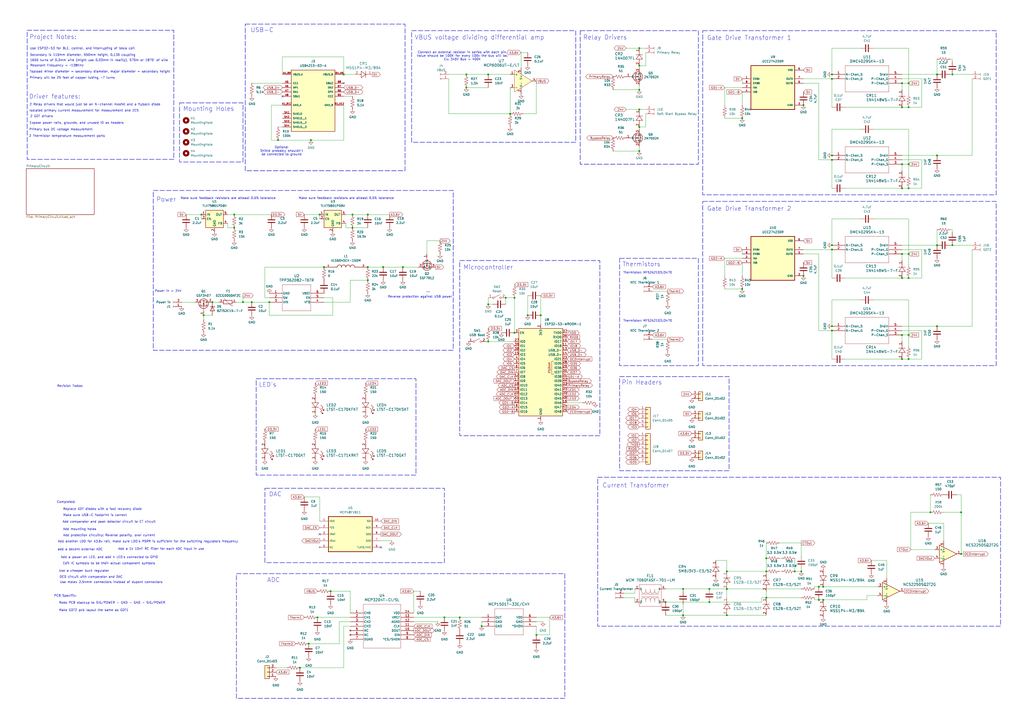
<source format=kicad_sch>
(kicad_sch (version 20250114) (generator "eeschema") (generator_version "9.0")
  (paper "A2")
  (title_block (title "Musical DRSS Tesla Coil") (date "2025-12-03") (rev "REV2"))
  (lib_symbols
    (symbol "0ZCG0050AF2C:0ZCG0050AF2C" (pin_names (offset 1.016))
      (property "Reference" "F" (at -2.54 2.54 0))
      (property "Value" "0ZCG0050AF2C" (at -2.54 -5.08 0))
      (symbol "0ZCG0050AF2C_0_0"
        (pin passive line (at -5.08 0 0) (length 2.54) (name "~") (number "2"))
        (pin passive line (at 5.08 0 180) (length 2.54) (name "~") (number "1"))
      )
    )
    (symbol "1N4007FL:1N4007FL" (pin_names (offset 0.254))
      (property "Reference" "CR" (at 5.08 4.445 0))
      (property "Value" "1N4007FL" (at 5.08 -3.81 0))
      (symbol "1N4007FL_1_1"
        (pin unspecified line (at 0 0 0) (length 2.54) (name "") (number "2"))
        (pin unspecified line (at 10.16 0 180) (length 2.54) (name "") (number "1"))
      )
      (symbol "1N4007FL_1_2"
        (pin unspecified line (at 0 10.16 270) (length 2.54) (name "") (number "1"))
        (pin unspecified line (at 0 0 90) (length 2.54) (name "") (number "2"))
      )
    )
    (symbol "Connector:Conn_01x02_Socket" (pin_names (offset 1.016) (hide yes))
      (property "Reference" "J" (at 0 2.54 0))
      (property "Value" "Conn_01x02_Socket" (at 0 -5.08 0))
      (symbol "Conn_01x02_Socket_1_1"
        (pin passive line (at -5.08 0 0) (length 3.81) (name "Pin_1") (number "1"))
        (pin passive line (at -5.08 -2.54 0) (length 3.81) (name "Pin_2") (number "2"))
      )
    )
    (symbol "Connector_Generic:Conn_01x02" (pin_names (offset 1.016) (hide yes))
      (property "Reference" "J" (at 0 2.54 0))
      (property "Value" "Conn_01x02" (at 0 -5.08 0))
      (symbol "Conn_01x02_1_1"
        (pin passive line (at -5.08 0 0) (length 3.81) (name "Pin_1") (number "1"))
        (pin passive line (at -5.08 -2.54 0) (length 3.81) (name "Pin_2") (number "2"))
      )
    )
    (symbol "Connector_Generic:Conn_01x03" (pin_names (offset 1.016) (hide yes))
      (property "Reference" "J" (at 0 5.08 0))
      (property "Value" "Conn_01x03" (at 0 -5.08 0))
      (symbol "Conn_01x03_1_1"
        (pin passive line (at -5.08 2.54 0) (length 3.81) (name "Pin_1") (number "1"))
        (pin passive line (at -5.08 0 0) (length 3.81) (name "Pin_2") (number "2"))
        (pin passive line (at -5.08 -2.54 0) (length 3.81) (name "Pin_3") (number "3"))
      )
    )
    (symbol "Connector_Generic:Conn_01x05" (pin_names (offset 1.016) (hide yes))
      (property "Reference" "J" (at 0 7.62 0))
      (property "Value" "Conn_01x05" (at 0 -7.62 0))
      (symbol "Conn_01x05_1_1"
        (pin passive line (at -5.08 5.08 0) (length 3.81) (name "Pin_1") (number "1"))
        (pin passive line (at -5.08 2.54 0) (length 3.81) (name "Pin_2") (number "2"))
        (pin passive line (at -5.08 0 0) (length 3.81) (name "Pin_3") (number "3"))
        (pin passive line (at -5.08 -2.54 0) (length 3.81) (name "Pin_4") (number "4"))
        (pin passive line (at -5.08 -5.08 0) (length 3.81) (name "Pin_5") (number "5"))
      )
    )
    (symbol "Connector_Generic:Conn_01x07" (pin_names (offset 1.016) (hide yes))
      (property "Reference" "J" (at 0 10.16 0))
      (property "Value" "Conn_01x07" (at 0 -10.16 0))
      (symbol "Conn_01x07_1_1"
        (pin passive line (at -5.08 7.62 0) (length 3.81) (name "Pin_1") (number "1"))
        (pin passive line (at -5.08 5.08 0) (length 3.81) (name "Pin_2") (number "2"))
        (pin passive line (at -5.08 2.54 0) (length 3.81) (name "Pin_3") (number "3"))
        (pin passive line (at -5.08 0 0) (length 3.81) (name "Pin_4") (number "4"))
        (pin passive line (at -5.08 -2.54 0) (length 3.81) (name "Pin_5") (number "5"))
        (pin passive line (at -5.08 -5.08 0) (length 3.81) (name "Pin_6") (number "6"))
        (pin passive line (at -5.08 -7.62 0) (length 3.81) (name "Pin_7") (number "7"))
      )
    )
    (symbol "DMC4029SK4_13:DMC4029SK4-13" (pin_names (offset 0.254))
      (property "Reference" "U" (at 20.32 10.16 0))
      (property "Value" "DMC4029SK4-13" (at 20.32 7.62 0))
      (symbol "DMC4029SK4-13_1_1"
        (pin bidirectional line (at 0 0 0) (length 7.62) (name "N-Chan_S") (number "1"))
        (pin input line (at 0 -2.54 0) (length 7.62) (name "N-Chan_G") (number "2"))
        (pin bidirectional line (at 40.64 0 180) (length 7.62) (name "Drain") (number "5"))
        (pin input line (at 40.64 -2.54 180) (length 7.62) (name "P-Chan_G") (number "4"))
        (pin bidirectional line (at 40.64 -5.08 180) (length 7.62) (name "P-Chan_S") (number "3"))
      )
    )
    (symbol "Device:C" (pin_numbers (hide yes)) (pin_names (offset 0.254))
      (property "Reference" "C" (at 0.635 2.54 0))
      (property "Value" "C" (at 0.635 -2.54 0))
      (symbol "C_1_1"
        (pin passive line (at 0 3.81 270) (length 2.794) (name "~") (number "1"))
        (pin passive line (at 0 -3.81 90) (length 2.794) (name "~") (number "2"))
      )
    )
    (symbol "Device:D_Zener" (pin_numbers (hide yes)) (pin_names (offset 1.016) (hide yes))
      (property "Reference" "D" (at 0 2.54 0))
      (property "Value" "D_Zener" (at 0 -2.54 0))
      (symbol "D_Zener_1_1"
        (pin passive line (at -3.81 0 0) (length 2.54) (name "K") (number "1"))
        (pin passive line (at 3.81 0 180) (length 2.54) (name "A") (number "2"))
      )
    )
    (symbol "Device:R_US" (pin_numbers (hide yes)) (pin_names (offset 0))
      (property "Reference" "R" (at 2.54 0 90))
      (property "Value" "R_US" (at -2.54 0 90))
      (symbol "R_US_1_1"
        (pin passive line (at 0 3.81 270) (length 1.27) (name "~") (number "1"))
        (pin passive line (at 0 -3.81 90) (length 1.27) (name "~") (number "2"))
      )
    )
    (symbol "ES2B_E3_52T:ES2B-E3_52T" (pin_names (offset 0.254))
      (property "Reference" "CR" (at 5.08 4.445 0))
      (property "Value" "ES2B-E3/52T" (at 5.08 -3.81 0))
      (symbol "ES2B-E3_52T_1_1"
        (pin unspecified line (at 0 0 0) (length 2.54) (name "") (number "2"))
        (pin unspecified line (at 10.16 0 180) (length 2.54) (name "") (number "1"))
      )
      (symbol "ES2B-E3_52T_1_2"
        (pin unspecified line (at 0 10.16 270) (length 2.54) (name "") (number "1"))
        (pin unspecified line (at 0 0 90) (length 2.54) (name "") (number "2"))
      )
    )
    (symbol "GND_1" (power) (pin_numbers (hide yes)) (pin_names (offset 0) (hide yes))
      (property "Value" "GND" (at 0 -3.81 0))
      (symbol "GND_1_1_1"
        (pin power_in line (at 0 0 270) (length 0) (name "~") (number "1"))
      )
    )
    (symbol "LTST_C170GKT:LTST-C170GKT" (pin_names (offset 0.254))
      (property "Reference" "LED" (at 5.08 -4.445 0))
      (property "Value" "LTST-C170GKT" (at 5.08 -7.62 0))
      (symbol "LTST-C170GKT_1_1"
        (pin unspecified line (at 0 0 0) (length 2.54) (name "") (number "2"))
        (pin unspecified line (at 10.16 0 180) (length 2.54) (name "") (number "1"))
      )
      (symbol "LTST-C170GKT_1_2"
        (pin unspecified line (at 0 10.16 270) (length 2.54) (name "") (number "1"))
        (pin unspecified line (at 0 0 90) (length 2.54) (name "") (number "2"))
      )
    )
    (symbol "LTST_C170KFKT:LTST-C170KFKT" (pin_names (offset 0.254))
      (property "Reference" "LED" (at 5.08 -4.445 0))
      (property "Value" "LTST-C170KFKT" (at 5.08 -7.62 0))
      (symbol "LTST-C170KFKT_1_1"
        (pin unspecified line (at 0 0 0) (length 2.54) (name "") (number "2"))
        (pin unspecified line (at 10.16 0 180) (length 2.54) (name "") (number "1"))
      )
      (symbol "LTST-C170KFKT_1_2"
        (pin unspecified line (at 0 10.16 270) (length 2.54) (name "") (number "1"))
        (pin unspecified line (at 0 0 90) (length 2.54) (name "") (number "2"))
      )
    )
    (symbol "LTST_C170KSKT:LTST-C170KSKT" (pin_names (offset 0.254))
      (property "Reference" "LED" (at 5.08 -4.445 0))
      (property "Value" "LTST-C170KSKT" (at 5.08 -7.62 0))
      (symbol "LTST-C170KSKT_1_1"
        (pin unspecified line (at 0 0 0) (length 2.54) (name "") (number "2"))
        (pin unspecified line (at 10.16 0 180) (length 2.54) (name "") (number "1"))
      )
      (symbol "LTST-C170KSKT_1_2"
        (pin unspecified line (at 0 10.16 270) (length 2.54) (name "") (number "1"))
        (pin unspecified line (at 0 0 90) (length 2.54) (name "") (number "2"))
      )
    )
    (symbol "LTST_C171KRKT:LTST-C171KRKT" (pin_names (offset 0.254))
      (property "Reference" "LED" (at 5.08 -4.445 0))
      (property "Value" "LTST-C171KRKT" (at 5.08 -7.62 0))
      (symbol "LTST-C171KRKT_1_1"
        (pin unspecified line (at 0 0 0) (length 2.54) (name "") (number "2"))
        (pin unspecified line (at 10.16 0 180) (length 2.54) (name "") (number "1"))
      )
      (symbol "LTST-C171KRKT_1_2"
        (pin unspecified line (at 0 10.16 270) (length 2.54) (name "") (number "1"))
        (pin unspecified line (at 0 0 90) (length 2.54) (name "") (number "2"))
      )
    )
    (symbol "MCP1501T_33E_CHY:MCP1501T-33E_CHY" (pin_names (offset 0.254))
      (property "Reference" "U" (at 16.51 9.652 0))
      (property "Value" "MCP1501T-33E/CHY" (at 16.51 7.112 0))
      (symbol "MCP1501T-33E_CHY_0_1"
        (pin output line (at 0 0 0) (length 7.62) (name "OUT") (number "1"))
        (pin power_out line (at 0 -2.54 0) (length 7.62) (name "GND") (number "2"))
        (pin power_out line (at 0 -5.08 0) (length 7.62) (name "GND") (number "3"))
        (pin power_in line (at 31.75 0 180) (length 7.62) (name "VDD") (number "6"))
        (pin power_out line (at 31.75 -2.54 180) (length 7.62) (name "GND") (number "5"))
        (pin input line (at 31.75 -5.08 180) (length 7.62) (name "*SHDN") (number "4"))
      )
    )
    (symbol "MCP3204T_CI_SL:MCP3204T-CI_SL" (pin_names (offset 0.254))
      (property "Reference" "U" (at 18.288 9.906 0))
      (property "Value" "MCP3204T-CI/SL" (at 18.288 7.366 0))
      (symbol "MCP3204T-CI_SL_0_1"
        (pin input line (at 0 0 0) (length 7.62) (name "CH0") (number "1"))
        (pin input line (at 0 -2.54 0) (length 7.62) (name "CH1") (number "2"))
        (pin input line (at 0 -5.08 0) (length 7.62) (name "CH2") (number "3"))
        (pin input line (at 0 -7.62 0) (length 7.62) (name "CH3") (number "4"))
        (pin no_connect line (at 0 -10.16 0) (length 7.62) (name "NC") (number "5"))
        (pin no_connect line (at 0 -12.7 0) (length 7.62) (name "NC") (number "6"))
        (pin unspecified line (at 0 -15.24 0) (length 7.62) (name "DGND") (number "7"))
        (pin unspecified line (at 36.83 0 180) (length 7.62) (name "VDD") (number "14"))
        (pin input line (at 36.83 -2.54 180) (length 7.62) (name "VREF") (number "13"))
        (pin unspecified line (at 36.83 -5.08 180) (length 7.62) (name "AGND") (number "12"))
        (pin input line (at 36.83 -7.62 180) (length 7.62) (name "CLK") (number "11"))
        (pin tri_state line (at 36.83 -10.16 180) (length 7.62) (name "DOUT") (number "10"))
        (pin input line (at 36.83 -12.7 180) (length 7.62) (name "DIN") (number "9"))
        (pin input line (at 36.83 -15.24 180) (length 7.62) (name "*CS/SHDN") (number "8"))
      )
    )
    (symbol "MCP48FVB11:MCP48FVB11"
      (property "Reference" "U" (at -0.762 14.986 0))
      (property "Value" "MCP48FVB11" (at -0.508 12.446 0))
      (symbol "MCP48FVB11_0_0"
        (pin power_in line (at 16.51 -3.81 180) (length 5.08) (name "GND") (number "7"))
      )
      (symbol "MCP48FVB11_1_0"
        (pin power_in line (at -19.05 7.62 0) (length 5.08) (name "VDD") (number "1"))
        (pin input line (at -19.05 3.81 0) (length 5.08) (name "*CS") (number "2"))
        (pin input line (at -19.05 0 0) (length 5.08) (name "VRef") (number "3"))
        (pin output line (at -19.05 -3.81 0) (length 5.08) (name "VOut") (number "4"))
        (pin no_connect line (at -19.05 -7.62 0) (length 5.08) (name "NC") (number "5"))
        (pin input line (at 16.51 7.62 180) (length 5.08) (name "SDI") (number "10"))
        (pin input line (at 16.51 3.81 180) (length 5.08) (name "SCK") (number "9"))
        (pin output line (at 16.51 0 180) (length 5.08) (name "SDO") (number "8"))
        (pin input line (at 16.51 -7.62 180) (length 5.08) (name "*LAT0/HVC") (number "6"))
      )
    )
    (symbol "MCP6006UT_E_LT:MCP6006UT-E_LT" (pin_names (offset 0.254))
      (property "Reference" "U" (at 0 11.684 0))
      (property "Value" "MCP6006UT-E/LT" (at 0 9.144 0))
      (symbol "MCP6006UT-E_LT_1_1"
        (pin input line (at -6.35 3.81 0) (length 2.54) (name "+") (number "1"))
        (pin input line (at -6.35 -3.81 0) (length 2.54) (name "-") (number "3"))
        (pin power_in line (at 0 7.62 270) (length 3.81) (name "V+") (number "5"))
        (pin power_out line (at 0 -7.62 90) (length 3.81) (name "V-") (number "2"))
        (pin output line (at 8.89 0 180) (length 2.54) (name "") (number "4"))
      )
    )
    (symbol "MSS1P4_M3_89A:MSS1P4-M3_89A" (pin_names (offset 0.254))
      (property "Reference" "CR" (at 5.08 4.445 0))
      (property "Value" "MSS1P4-M3/89A" (at 5.08 -3.81 0))
      (symbol "MSS1P4-M3_89A_1_1"
        (pin unspecified line (at 0 0 0) (length 2.54) (name "") (number "2"))
        (pin unspecified line (at 10.16 0 180) (length 2.54) (name "") (number "1"))
      )
      (symbol "MSS1P4-M3_89A_1_2"
        (pin unspecified line (at 0 10.16 270) (length 2.54) (name "") (number "1"))
        (pin unspecified line (at 0 0 90) (length 2.54) (name "") (number "2"))
      )
    )
    (symbol "Mechanical:MountingHole" (pin_names (offset 1.016)) (in_bom no)
      (property "Reference" "H" (at 0 5.08 0))
      (property "Value" "MountingHole" (at 0 3.175 0))
    )
    (symbol "NCS2250SQ2T2G:NCS2250SQ2T2G" (pin_names (offset 0.254))
      (property "Reference" "U" (at 12.446 8.89 0))
      (property "Value" "NCS2250SQ2T2G" (at 12.446 6.35 0))
      (symbol "NCS2250SQ2T2G_1_1"
        (pin input line (at -5.08 2.54 0) (length 2.54) (name "+") (number "3"))
        (pin input line (at -5.08 -2.54 0) (length 2.54) (name "-") (number "4"))
        (pin power_in line (at 0 7.62 270) (length 3.81) (name "V+") (number "5"))
        (pin power_in line (at 0 -7.62 90) (length 3.81) (name "V-") (number "2"))
        (pin output line (at 10.16 0 180) (length 2.54) (name "~") (number "1"))
      )
    )
    (symbol "RF_Module:ESP32-S3-WROOM-1"
      (property "Reference" "U" (at -12.7 26.67 0))
      (property "Value" "ESP32-S3-WROOM-1" (at 12.7 26.67 0))
      (symbol "ESP32-S3-WROOM-1_0_0"
        (text "PSRAM" (at 5.08 2.54 900) (effects (font (size 1.27 1.27))))
      )
      (symbol "ESP32-S3-WROOM-1_1_1"
        (pin input line (at -15.24 22.86 0) (length 2.54) (name "EN") (number "3"))
        (pin bidirectional line (at -15.24 17.78 0) (length 2.54) (name "IO0") (number "27"))
        (pin bidirectional line (at -15.24 15.24 0) (length 2.54) (name "IO1") (number "39"))
        (pin bidirectional line (at -15.24 12.7 0) (length 2.54) (name "IO2") (number "38"))
        (pin bidirectional line (at -15.24 10.16 0) (length 2.54) (name "IO3") (number "15"))
        (pin bidirectional line (at -15.24 7.62 0) (length 2.54) (name "IO4") (number "4"))
        (pin bidirectional line (at -15.24 5.08 0) (length 2.54) (name "IO5") (number "5"))
        (pin bidirectional line (at -15.24 2.54 0) (length 2.54) (name "IO6") (number "6"))
        (pin bidirectional line (at -15.24 0 0) (length 2.54) (name "IO7") (number "7"))
        (pin bidirectional line (at -15.24 -2.54 0) (length 2.54) (name "IO8") (number "12"))
        (pin bidirectional line (at -15.24 -5.08 0) (length 2.54) (name "IO9") (number "17"))
        (pin bidirectional line (at -15.24 -7.62 0) (length 2.54) (name "IO10") (number "18"))
        (pin bidirectional line (at -15.24 -10.16 0) (length 2.54) (name "IO11") (number "19"))
        (pin bidirectional line (at -15.24 -12.7 0) (length 2.54) (name "IO12") (number "20"))
        (pin bidirectional line (at -15.24 -15.24 0) (length 2.54) (name "IO13") (number "21"))
        (pin bidirectional line (at -15.24 -17.78 0) (length 2.54) (name "IO14") (number "22"))
        (pin bidirectional line (at -15.24 -20.32 0) (length 2.54) (name "IO15") (number "8"))
        (pin bidirectional line (at -15.24 -22.86 0) (length 2.54) (name "IO16") (number "9"))
        (pin power_in line (at 0 27.94 270) (length 2.54) (name "3V3") (number "2"))
        (pin power_in line (at 0 -27.94 90) (length 2.54) (name "GND") (number "1"))
        (pin passive line (at 0 -27.94 90) (length 2.54) (hide yes) (name "GND") (number "40"))
        (pin passive line (at 0 -27.94 90) (length 2.54) (hide yes) (name "GND") (number "41"))
        (pin bidirectional line (at 15.24 22.86 180) (length 2.54) (name "TXD0") (number "37"))
        (pin bidirectional line (at 15.24 20.32 180) (length 2.54) (name "RXD0") (number "36"))
        (pin bidirectional line (at 15.24 17.78 180) (length 2.54) (name "IO17") (number "10"))
        (pin bidirectional line (at 15.24 15.24 180) (length 2.54) (name "IO18") (number "11"))
        (pin bidirectional line (at 15.24 12.7 180) (length 2.54) (name "USB_D-") (number "13"))
        (pin bidirectional line (at 15.24 10.16 180) (length 2.54) (name "USB_D+") (number "14"))
        (pin bidirectional line (at 15.24 7.62 180) (length 2.54) (name "IO21") (number "23"))
        (pin bidirectional line (at 15.24 5.08 180) (length 2.54) (name "IO35") (number "28"))
        (pin bidirectional line (at 15.24 2.54 180) (length 2.54) (name "IO36") (number "29"))
        (pin bidirectional line (at 15.24 0 180) (length 2.54) (name "IO37") (number "30"))
        (pin bidirectional line (at 15.24 -2.54 180) (length 2.54) (name "IO38") (number "31"))
        (pin bidirectional line (at 15.24 -5.08 180) (length 2.54) (name "IO39") (number "32"))
        (pin bidirectional line (at 15.24 -7.62 180) (length 2.54) (name "IO40") (number "33"))
        (pin bidirectional line (at 15.24 -10.16 180) (length 2.54) (name "IO41") (number "34"))
        (pin bidirectional line (at 15.24 -12.7 180) (length 2.54) (name "IO42") (number "35"))
        (pin bidirectional line (at 15.24 -15.24 180) (length 2.54) (name "IO45") (number "26"))
        (pin bidirectional line (at 15.24 -17.78 180) (length 2.54) (name "IO46") (number "16"))
        (pin bidirectional line (at 15.24 -20.32 180) (length 2.54) (name "IO47") (number "24"))
        (pin bidirectional line (at 15.24 -22.86 180) (length 2.54) (name "IO48") (number "25"))
      )
    )
    (symbol "Regulator_Linear:TLV75801PDBV"
      (property "Reference" "U" (at -3.81 6.35 0))
      (property "Value" "TLV75801PDBV" (at 0 6.35 0))
      (symbol "TLV75801PDBV_1_1"
        (pin power_in line (at -7.62 2.54 0) (length 2.54) (name "IN") (number "1"))
        (pin input line (at -7.62 0 0) (length 2.54) (name "EN") (number "3"))
        (pin power_in line (at 0 -7.62 90) (length 2.54) (name "GND") (number "2"))
        (pin power_out line (at 7.62 2.54 180) (length 2.54) (name "OUT") (number "5"))
        (pin input line (at 7.62 -2.54 180) (length 2.54) (name "FB") (number "4"))
      )
    )
    (symbol "SMBJ3V3_E3_52:SMBJ3V3-E3_52" (pin_names (offset 0.254))
      (property "Reference" "CR" (at 5.08 4.445 0))
      (property "Value" "SMBJ3V3-E3/52" (at 5.08 -3.81 0))
      (symbol "SMBJ3V3-E3_52_1_1"
        (pin unspecified line (at 0 0 0) (length 2.54) (name "") (number "2"))
        (pin unspecified line (at 10.16 0 180) (length 2.54) (name "") (number "1"))
      )
      (symbol "SMBJ3V3-E3_52_1_2"
        (pin unspecified line (at 0 10.16 270) (length 2.54) (name "") (number "1"))
        (pin unspecified line (at 0 0 90) (length 2.54) (name "") (number "2"))
      )
    )
    (symbol "SSF7912:SSF7912"
      (property "Reference" "U" (at 3.048 3.048 0))
      (property "Value" "SSF7912" (at 0 0 0))
      (symbol "SSF7912_1_1"
        (pin input line (at -7.62 0 0) (length 2.54) (name "G") (number "1"))
        (pin passive line (at 0 5.08 270) (length 2.54) (name "D") (number "3"))
        (pin passive line (at 0 -5.08 90) (length 2.54) (name "S") (number "2"))
      )
    )
    (symbol "Switch:SW_SPST" (pin_names (offset 0) (hide yes))
      (property "Reference" "SW" (at 0 3.175 0))
      (property "Value" "SW_SPST" (at 0 -2.54 0))
      (symbol "SW_SPST_1_1"
        (pin passive line (at -5.08 0 0) (length 2.54) (name "A") (number "1"))
        (pin passive line (at 5.08 0 180) (length 2.54) (name "B") (number "2"))
      )
    )
    (symbol "TPP362082_T6TR:TPP362082-T6TR" (pin_names (offset 0.254))
      (property "Reference" "U2" (at 15.875 10.16 0))
      (property "Value" "TPP362082-T6TR" (at 15.875 7.62 0))
      (symbol "TPP362082-T6TR_0_1"
        (pin power_out line (at 0 0 0) (length 7.62) (name "GND") (number "1"))
        (pin output line (at 0 -2.54 0) (length 7.62) (name "SW") (number "2"))
        (pin power_in line (at 0 -5.08 0) (length 7.62) (name "VIN") (number "3"))
        (pin output line (at 31.75 0 180) (length 7.62) (name "VBST") (number "6"))
        (pin input line (at 31.75 -2.54 180) (length 7.62) (name "EN") (number "5"))
        (pin input line (at 31.75 -5.08 180) (length 7.62) (name "VFB") (number "4"))
      )
    )
    (symbol "Transistor_FET:Q_PMOS_GSD" (pin_names (offset 0) (hide yes))
      (property "Reference" "Q" (at 5.08 1.905 0))
      (property "Value" "Q_PMOS_GSD" (at 5.08 0 0))
      (symbol "Q_PMOS_GSD_1_1"
        (pin input line (at -5.08 0 0) (length 2.54) (name "G") (number "1"))
        (pin passive line (at 2.54 5.08 270) (length 2.54) (name "D") (number "3"))
        (pin passive line (at 2.54 -5.08 90) (length 2.54) (name "S") (number "2"))
      )
    )
    (symbol "UCC27423DR:UCC27423DR" (pin_names (offset 1.016))
      (property "Reference" "U" (at -12.7 13.7 0))
      (property "Value" "UCC27423DR" (at -12.7 -16.7 0))
      (symbol "UCC27423DR_0_0"
        (pin input line (at -17.78 5.08 0) (length 5.08) (name "ENBA") (number "1"))
        (pin input line (at -17.78 2.54 0) (length 5.08) (name "ENBB") (number "8"))
        (pin input line (at -17.78 0 0) (length 5.08) (name "INA") (number "2"))
        (pin input line (at -17.78 -2.54 0) (length 5.08) (name "INB") (number "4"))
        (pin power_in line (at 17.78 10.16 180) (length 5.08) (name "VDD") (number "6"))
        (pin output line (at 17.78 5.08 180) (length 5.08) (name "OUTA") (number "7"))
        (pin output line (at 17.78 2.54 180) (length 5.08) (name "OUTB") (number "5"))
        (pin power_in line (at 17.78 -10.16 180) (length 5.08) (name "GND") (number "3"))
      )
    )
    (symbol "USB4215_03_A:USB4215-03-A_REVA" (pin_names (offset 1.016))
      (property "Reference" "J" (at -12.7 13.462 0))
      (property "Value" "USB4215-03-A" (at -12.7 -23.622 0))
      (symbol "USB4215-03-A_REVA_0_0"
        (pin power_in line (at -17.78 10.16 0) (length 5.08) (name "VBUS_A") (number "A4_B9"))
        (pin bidirectional line (at -17.78 5.08 0) (length 5.08) (name "CC1") (number "A5"))
        (pin bidirectional line (at -17.78 2.54 0) (length 5.08) (name "DP1") (number "A6"))
        (pin bidirectional line (at -17.78 0 0) (length 5.08) (name "DN1") (number "A7"))
        (pin bidirectional line (at -17.78 -2.54 0) (length 5.08) (name "SBU1") (number "A8"))
        (pin power_in line (at -17.78 -7.62 0) (length 5.08) (name "GND_A") (number "A1_B12"))
        (pin passive line (at -17.78 -12.7 0) (length 5.08) (name "SHIELD") (number "SH1"))
        (pin passive line (at -17.78 -15.24 0) (length 5.08) (name "SHIELD__1") (number "SH2"))
        (pin passive line (at -17.78 -17.78 0) (length 5.08) (name "SHIELD__2") (number "SH3"))
        (pin passive line (at -17.78 -20.32 0) (length 5.08) (name "SHIELD__3") (number "SH4"))
        (pin power_in line (at 17.78 10.16 180) (length 5.08) (name "VBUS_B") (number "B4_A9"))
        (pin bidirectional line (at 17.78 5.08 180) (length 5.08) (name "SBU2") (number "B8"))
        (pin bidirectional line (at 17.78 2.54 180) (length 5.08) (name "DN2") (number "B7"))
        (pin bidirectional line (at 17.78 0 180) (length 5.08) (name "DP2") (number "B6"))
        (pin bidirectional line (at 17.78 -2.54 180) (length 5.08) (name "CC2") (number "B5"))
        (pin power_in line (at 17.78 -7.62 180) (length 5.08) (name "GND_B") (number "B1_A12"))
      )
    )
    (symbol "VLS6045EX-150M:VLS6045EX-150M" (pin_names (offset 1.016))
      (property "Reference" "L" (at -10.16 5.08 0))
      (property "Value" "VLS6045EX-150M" (at -10.16 -5.08 0))
      (symbol "VLS6045EX-150M_0_0"
        (pin passive line (at -12.7 0 0) (length 5.08) (name "~") (number "1"))
        (pin passive line (at 12.7 0 180) (length 5.08) (name "~") (number "2"))
      )
    )
    (symbol "WCM_7060FASF_701_LM:WCM_7060FASF-701-LM" (pin_names (offset 0.254))
      (property "Reference" "FL" (at 10.16 5.08 0))
      (property "Value" "WCM 7060FASF-701-LM" (at 10.16 -12.7 0))
      (symbol "WCM_7060FASF-701-LM_0_1"
        (pin unspecified line (at 0 0 0) (length 2.54) (name "1") (number "1"))
        (pin unspecified line (at 0 -7.62 0) (length 2.54) (name "2") (number "2"))
        (pin unspecified line (at 17.78 0 180) (length 2.54) (name "4") (number "4"))
        (pin unspecified line (at 17.78 -7.62 180) (length 2.54) (name "3") (number "3"))
      )
    )
    (symbol "power:GND" (power) (pin_names (offset 0))
      (property "Value" "GND" (at 0 -3.81 0))
      (symbol "GND_1_1"
        (pin power_in line (at 0 0 270) (length 0) (hide yes) (name "GND") (number "1"))
      )
    )
  )
  (rectangle (start 407.67 17.78) (end 577.85 113.03) (stroke (width 0.254) (type dash)))
  (rectangle (start 15.748 17.526) (end 100.838 92.456) (stroke (width 0.254) (type dash)))
  (rectangle (start 359.41 149.86) (end 405.13 212.09) (stroke (width 0.254) (type dash)))
  (rectangle (start 137.16 332.74) (end 327.66 405.13) (stroke (width 0.254) (type dash)))
  (rectangle (start 238.76 17.78) (end 334.01 82.55) (stroke (width 0.254) (type dash)))
  (rectangle (start 104.14 59.69) (end 140.97 93.98) (stroke (width 0.254) (type dash)))
  (rectangle (start 266.7 151.13) (end 347.98 252.73) (stroke (width 0.254) (type dash)))
  (rectangle (start 407.67 116.84) (end 577.85 212.09) (stroke (width 0.254) (type dash)))
  (rectangle (start 346.71 276.86) (end 580.39 363.22) (stroke (width 0.254) (type dash)))
  (rectangle (start 148.59 219.71) (end 241.3 275.59) (stroke (width 0.254) (type dash)))
  (rectangle (start 359.41 218.44) (end 422.91 273.05) (stroke (width 0.254) (type dash)))
  (rectangle (start 153.67 283.21) (end 257.81 326.39) (stroke (width 0.254) (type dash)))
  (rectangle (start 142.24 13.97) (end 234.95 99.06) (stroke (width 0.254) (type dash)))
  (rectangle (start 336.55 17.78) (end 405.13 95.25) (stroke (width 0.254) (type dash)))
  (rectangle (start 88.9 110.49) (end 262.89 203.2) (stroke (width 0.254) (type dash)))
  (text "Revision Todos:" (at 40.64 224.028 0) (effects (font (size 1.27 1.27))))
  (text "Power in = 24V" (at 97.536 168.91 0) (effects (font (size 1.27 1.27))))
  (text "Mounting Holes" (at 106.172 64.77 0) (effects (font (size 2.54 2.54)) (justify left bottom)))
  (text "Connect an external resistor in series with each pin.\nValue should be 100K for every 100v the bus will be.\nEx: 340V Bus = 400K" (at 268.224 32.512 0) (effects (font (size 1.27 1.27))))
  (text "Gate Drive Transformer 2" (at 434.594 121.158 0) (effects (font (size 2.54 2.54))))
  (text "Make sure USB-C footprint is correct" (at 55.118 298.958 0) (effects (font (size 1.27 1.27))))
  (text "Topload minor diameter = secondary diameter, major diameter = secondary height" (at 57.912 41.656 0) (effects (font (size 1.27 1.27))))
  (text "Thermistors" (at 372.11 153.416 0) (effects (font (size 2.54 2.54))))
  (text "Make sure feedback resistors are atleast 0.5% tolerance" (at 200.914 115.062 0) (effects (font (size 1.27 1.27))))
  (text "Project Notes:" (at 30.734 21.59 0) (effects (font (size 2.54 2.54))))
  (text "Relay Drivers" (at 351.028 21.844 0) (effects (font (size 2.54 2.54))))
  (text "Driver features:" (at 31.75 56.134 0) (effects (font (size 2.54 2.54))))
  (text "Expose power rails, grounds, and unused IO as headers" (at 44.45 71.374 0) (effects (font (size 1.27 1.27))))
  (text "PCB Specific:" (at 37.846 345.694 0) (effects (font (size 1.27 1.27))))
  (text "ADC" (at 154.94 338.074 0) (effects (font (size 2.54 2.54)) (justify left bottom)))
  (text "OCD circuit with comparator and DAC" (at 52.832 334.772 0) (effects (font (size 1.27 1.27))))
  (text "Make sure feedback resistors are atleast 0.5% tolerance" (at 132.334 115.062 0) (effects (font (size 1.27 1.27))))
  (text "Make GDT2 pcb layout the same as GDT1" (at 54.356 354.076 0) (effects (font (size 1.27 1.27))))
  (text "LED's" (at 150.114 224.79 0) (effects (font (size 2.54 2.54)) (justify left bottom)))
  (text "2 Relay drivers that would just be an N-channel mosfet and a flyback diode" (at 55.118 60.706 0) (effects (font (size 1.27 1.27))))
  (text "VBUS voltage dividing differential amp" (at 278.13 21.844 0) (effects (font (size 2.54 2.54))))
  (text "DAC" (at 155.956 288.29 0) (effects (font (size 2.54 2.54)) (justify left bottom)))
  (text "Use molex 2.54mm connectors instead of dupont connectors" (at 64.516 337.82 0) (effects (font (size 1.27 1.27))))
  (text "Pin Headers" (at 372.364 221.996 0) (effects (font (size 2.54 2.54))))
  (text "Edit IC symbols to be their actual component symbols" (at 63.246 326.898 0) (effects (font (size 1.27 1.27))))
  (text "Isolated primary current measurement for measurement and ZCS" (at 48.768 64.262 0) (effects (font (size 1.27 1.27))))
  (text "Primary will be 25 feet of copper tubing, ~7 turns" (at 41.91 45.212 0) (effects (font (size 1.27 1.27))))
  (text "add a decent external ADC" (at 46.482 318.77 0) (effects (font (size 1.27 1.27))))
  (text "2 Thermistor temperature measurement ports" (at 38.862 78.994 0) (effects (font (size 1.27 1.27))))
  (text "Replace GDT diodes with a fast recovery diode" (at 59.436 295.402 0) (effects (font (size 1.27 1.27))))
  (text "Resonant Frequency = ~138KHz" (at 33.02 38.1 0) (effects (font (size 1.27 1.27))))
  (text "Completed:" (at 38.354 291.338 0) (effects (font (size 1.27 1.27))))
  (text "Secondary is 110mm diameter, 550mm height, 0.130 coupling" (at 48.006 32.004 0) (effects (font (size 1.27 1.27))))
  (text "Thermistor: MF52A2103J3470" (at 375.666 158.242 0) (effects (font (size 1.27 1.27))))
  (text "Use a cheaper buck regulator" (at 48.768 331.216 0) (effects (font (size 1.27 1.27))))
  (text "Power" (at 90.678 117.348 0) (effects (font (size 2.54 2.54)) (justify left bottom)))
  (text "Primary bus DC voltage measurement" (at 35.306 75.184 0) (effects (font (size 1.27 1.27))))
  (text "Add a power on LED, and add 4 LED's connected to GPIO" (at 63.5 323.342 0) (effects (font (size 1.27 1.27))))
  (text "Add comparator and peak detector circuit to CT circuit" (at 63.246 302.768 0) (effects (font (size 1.27 1.27))))
  (text "Optional\nShield probably shouldn't\nbe connected to ground" (at 163.322 87.63 0) (effects (font (size 1.27 1.27))))
  (text "Gate Drive Transformer 1" (at 434.594 22.098 0) (effects (font (size 2.54 2.54))))
  (text "Add a 1k 10nF RC filter for each ADC input in use" (at 93.472 318.516 0) (effects (font (size 1.27 1.27))))
  (text "Thermistor: MF52A2103J3470" (at 375.666 186.182 0) (effects (font (size 1.27 1.27))))
  (text "Microcontroller" (at 268.732 156.718 0) (effects (font (size 2.54 2.54)) (justify left bottom)))
  (text "Current Transformer" (at 368.808 281.686 0) (effects (font (size 2.54 2.54))))
  (text "          ^^^\nReverse protection against USB power" (at 243.586 171.196 0) (effects (font (size 1.27 1.27))))
  (text "Add mounting holes" (at 46.228 307.086 0) (effects (font (size 1.27 1.27))))
  (text "2 GDT drivers" (at 24.13 67.564 0) (effects (font (size 1.27 1.27))))
  (text "USB-C\n" (at 145.288 19.05 0) (effects (font (size 2.54 2.54)) (justify left bottom)))
  (text "Use ESP32-S3 for BLE, control, and interrupting of tesla coil\n" (at 47.752 28.194 0) (effects (font (size 1.27 1.27))))
  (text "Add protection circuitry: Reverse polarity, over current" (at 63.246 310.642 0) (effects (font (size 1.27 1.27))))
  (text "1650 turns of 0.3mm wire (might use 0.33mm in reality), 570m or 1870' of wire\n" (at 57.404 35.052 0) (effects (font (size 1.27 1.27))))
  (text "Add another LDO for A3.6v rail, make sure LDO's PSRR is sufficient for the switching regulators frequency" (at 85.852 314.198 0) (effects (font (size 1.27 1.27))))
  (text "Redo PCB stackup to SIG/POWER - GND - GND - SIG/POWER" (at 65.024 349.758 0) (effects (font (size 1.27 1.27))))
  (junction (at 527.05 161.29))
  (junction (at 184.15 358.14))
  (junction (at 527.05 208.28))
  (junction (at 311.15 368.3))
  (junction (at 444.5 346.71))
  (junction (at 482.6 142.24))
  (junction (at 370.84 63.5))
  (junction (at 156.21 175.26))
  (junction (at 477.52 340.36))
  (junction (at 421.64 356.87))
  (junction (at 313.69 182.88))
  (junction (at 523.24 62.23))
  (junction (at 543.56 90.17))
  (junction (at 557.53 297.18))
  (junction (at 461.01 331.47))
  (junction (at 444.5 323.85))
  (junction (at 527.05 109.22))
  (junction (at 279.4 363.22))
  (junction (at 466.09 60.96))
  (junction (at 266.7 358.14))
  (junction (at 298.45 193.04))
  (junction (at 396.24 341.63))
  (junction (at 180.34 81.28))
  (junction (at 135.89 132.08))
  (junction (at 283.21 198.12))
  (junction (at 527.05 147.32))
  (junction (at 543.56 142.24))
  (junction (at 523.24 161.29))
  (junction (at 557.53 321.31))
  (junction (at 523.24 95.25))
  (junction (at 257.81 358.14))
  (junction (at 295.91 66.04))
  (junction (at 543.56 43.18))
  (junction (at 293.37 172.72))
  (junction (at 370.84 73.66))
  (junction (at 482.6 189.23))
  (junction (at 411.48 341.63))
  (junction (at 482.6 43.18))
  (junction (at 370.84 38.1))
  (junction (at 482.6 45.72))
  (junction (at 474.98 340.36))
  (junction (at 123.19 175.26))
  (junction (at 430.53 68.58))
  (junction (at 270.51 43.18))
  (junction (at 146.05 175.26))
  (junction (at 135.89 124.46))
  (junction (at 233.68 154.94))
  (junction (at 386.08 349.25))
  (junction (at 539.75 297.18))
  (junction (at 199.39 43.18))
  (junction (at 523.24 48.26))
  (junction (at 370.84 27.94))
  (junction (at 527.05 62.23))
  (junction (at 421.64 331.47))
  (junction (at 482.6 90.17))
  (junction (at 179.07 373.38))
  (junction (at 298.45 172.72))
  (junction (at 523.24 208.28))
  (junction (at 191.77 342.9))
  (junction (at 411.48 349.25))
  (junction (at 527.05 48.26))
  (junction (at 187.96 154.94))
  (junction (at 527.05 194.31))
  (junction (at 213.36 124.46))
  (junction (at 552.45 142.24))
  (junction (at 527.05 95.25))
  (junction (at 185.42 124.46))
  (junction (at 543.56 189.23))
  (junction (at 482.6 92.71))
  (junction (at 161.29 81.28))
  (junction (at 140.97 175.26))
  (junction (at 270.51 50.8))
  (junction (at 370.84 52.07))
  (junction (at 283.21 176.53))
  (junction (at 430.53 167.64))
  (junction (at 464.82 331.47))
  (junction (at 474.98 347.98))
  (junction (at 283.21 43.18))
  (junction (at 421.64 341.63))
  (junction (at 204.47 124.46))
  (junction (at 552.45 43.18))
  (junction (at 396.24 356.87))
  (junction (at 204.47 132.08))
  (junction (at 213.36 162.56))
  (junction (at 523.24 147.32))
  (junction (at 222.25 154.94))
  (junction (at 444.5 331.47))
  (junction (at 482.6 191.77))
  (junction (at 173.99 387.35))
  (junction (at 482.6 144.78))
  (junction (at 213.36 154.94))
  (junction (at 523.24 194.31))
  (junction (at 466.09 160.02))
  (junction (at 477.52 347.98))
  (junction (at 523.24 109.22))
  (junction (at 118.11 182.88))
  (junction (at 370.84 87.63))
  (junction (at 306.07 182.88))
  (junction (at 116.84 124.46))
  (no_connect (at 163.83 55.88))
  (no_connect (at 220.98 317.5))
  (no_connect (at 185.42 309.88))
  (no_connect (at 199.39 48.26))
  (wire (pts (xy 220.98 313.69) (xy 227.33 313.69)))
  (wire (pts (xy 203.2 175.26) (xy 187.96 175.26)))
  (wire (pts (xy 107.95 124.46) (xy 116.84 124.46)))
  (wire (pts (xy 490.22 62.23) (xy 523.24 62.23)))
  (wire (pts (xy 411.48 349.25) (xy 441.96 349.25)))
  (wire (pts (xy 527.05 48.26) (xy 523.24 48.26)))
  (wire (pts (xy 543.56 90.17) (xy 563.88 90.17)))
  (wire (pts (xy 370.84 87.63) (xy 370.84 85.09)))
  (wire (pts (xy 173.99 387.35) (xy 199.39 387.35)))
  (wire (pts (xy 506.73 74.93) (xy 527.05 74.93)))
  (wire (pts (xy 464.82 331.47) (xy 464.82 330.2)))
  (wire (pts (xy 374.65 30.48) (xy 374.65 38.1)))
  (wire (pts (xy 386.08 356.87) (xy 396.24 356.87)))
  (wire (pts (xy 363.22 63.5) (xy 370.84 63.5)))
  (wire (pts (xy 461.01 331.47) (xy 464.82 331.47)))
  (wire (pts (xy 444.5 331.47) (xy 444.5 332.74)))
  (wire (pts (xy 420.37 167.64) (xy 430.53 167.64)))
  (wire (pts (xy 193.04 172.72) (xy 193.04 182.88)))
  (wire (pts (xy 140.97 171.45) (xy 140.97 175.26)))
  (wire (pts (xy 311.15 363.22) (xy 311.15 368.3)))
  (wire (pts (xy 132.08 124.46) (xy 135.89 124.46)))
  (wire (pts (xy 482.6 74.93) (xy 482.6 90.17)))
  (wire (pts (xy 260.35 45.72) (xy 260.35 66.04)))
  (wire (pts (xy 547.37 297.18) (xy 557.53 297.18)))
  (wire (pts (xy 557.53 321.31) (xy 557.53 297.18)))
  (wire (pts (xy 247.65 139.7) (xy 247.65 147.32)))
  (wire (pts (xy 420.37 149.86) (xy 430.53 149.86)))
  (wire (pts (xy 543.56 189.23) (xy 523.24 189.23)))
  (wire (pts (xy 176.53 124.46) (xy 185.42 124.46)))
  (wire (pts (xy 421.64 341.63) (xy 421.64 346.71)))
  (wire (pts (xy 552.45 43.18) (xy 563.88 43.18)))
  (wire (pts (xy 527.05 95.25) (xy 527.05 74.93)))
  (wire (pts (xy 161.29 73.66) (xy 163.83 73.66)))
  (wire (pts (xy 311.15 368.3) (xy 318.77 368.3)))
  (wire (pts (xy 482.6 127) (xy 482.6 142.24)))
  (wire (pts (xy 523.24 198.12) (xy 523.24 194.31)))
  (wire (pts (xy 452.12 323.85) (xy 453.39 323.85)))
  (wire (pts (xy 482.6 173.99) (xy 482.6 189.23)))
  (wire (pts (xy 368.3 341.63) (xy 368.3 344.17)))
  (wire (pts (xy 539.75 287.02) (xy 539.75 297.18)))
  (wire (pts (xy 552.45 142.24) (xy 563.88 142.24)))
  (wire (pts (xy 303.53 66.04) (xy 311.15 66.04)))
  (wire (pts (xy 421.64 356.87) (xy 444.5 356.87)))
  (wire (pts (xy 430.53 60.96) (xy 430.53 53.34)))
  (wire (pts (xy 472.44 347.98) (xy 474.98 347.98)))
  (wire (pts (xy 420.37 50.8) (xy 420.37 60.96)))
  (wire (pts (xy 293.37 172.72) (xy 298.45 172.72)))
  (wire (pts (xy 527.05 194.31) (xy 523.24 194.31)))
  (wire (pts (xy 298.45 172.72) (xy 298.45 193.04)))
  (wire (pts (xy 386.08 349.25) (xy 411.48 349.25)))
  (wire (pts (xy 266.7 358.14) (xy 279.4 358.14)))
  (wire (pts (xy 204.47 132.08) (xy 213.36 132.08)))
  (wire (pts (xy 552.45 134.62) (xy 552.45 133.35)))
  (wire (pts (xy 527.05 95.25) (xy 523.24 95.25)))
  (wire (pts (xy 523.24 52.07) (xy 523.24 48.26)))
  (wire (pts (xy 430.53 160.02) (xy 430.53 152.4)))
  (wire (pts (xy 396.24 342.9) (xy 396.24 341.63)))
  (wire (pts (xy 527.05 95.25) (xy 527.05 101.6)))
  (wire (pts (xy 185.42 124.46) (xy 185.42 127)))
  (wire (pts (xy 163.83 60.96) (xy 157.48 60.96)))
  (wire (pts (xy 441.96 346.71) (xy 444.5 346.71)))
  (wire (pts (xy 153.67 172.72) (xy 153.67 154.94)))
  (wire (pts (xy 534.67 92.71) (xy 534.67 109.22)))
  (wire (pts (xy 444.5 323.85) (xy 444.5 331.47)))
  (wire (pts (xy 551.18 133.35) (xy 552.45 133.35)))
  (wire (pts (xy 240.03 358.14) (xy 257.81 358.14)))
  (wire (pts (xy 204.47 132.08) (xy 200.66 132.08)))
  (wire (pts (xy 430.53 45.72) (xy 430.53 48.26)))
  (wire (pts (xy 283.21 172.72) (xy 283.21 176.53)))
  (wire (pts (xy 543.56 142.24) (xy 523.24 142.24)))
  (wire (pts (xy 213.36 162.56) (xy 203.2 162.56)))
  (wire (pts (xy 482.6 45.72) (xy 482.6 62.23)))
  (wire (pts (xy 135.89 124.46) (xy 157.48 124.46)))
  (wire (pts (xy 528.32 297.18) (xy 528.32 318.77)))
  (wire (pts (xy 523.24 109.22) (xy 527.05 109.22)))
  (wire (pts (xy 118.11 185.42) (xy 118.11 182.88)))
  (wire (pts (xy 474.98 92.71) (xy 474.98 48.26)))
  (wire (pts (xy 368.3 346.71) (xy 368.3 349.25)))
  (wire (pts (xy 396.24 341.63) (xy 411.48 341.63)))
  (wire (pts (xy 146.05 48.26) (xy 163.83 48.26)))
  (wire (pts (xy 196.85 373.38) (xy 196.85 360.68)))
  (wire (pts (xy 157.48 60.96) (xy 157.48 81.28)))
  (wire (pts (xy 452.12 331.47) (xy 453.39 331.47)))
  (wire (pts (xy 527.05 194.31) (xy 527.05 173.99)))
  (wire (pts (xy 558.8 321.31) (xy 557.53 321.31)))
  (wire (pts (xy 499.11 74.93) (xy 482.6 74.93)))
  (wire (pts (xy 193.04 182.88) (xy 156.21 182.88)))
  (wire (pts (xy 370.84 73.66) (xy 370.84 74.93)))
  (wire (pts (xy 240.03 342.9) (xy 243.84 342.9)))
  (wire (pts (xy 527.05 48.26) (xy 527.05 54.61)))
  (wire (pts (xy 527.05 194.31) (xy 527.05 200.66)))
  (wire (pts (xy 482.6 191.77) (xy 474.98 191.77)))
  (wire (pts (xy 199.39 363.22) (xy 203.2 363.22)))
  (wire (pts (xy 477.52 347.98) (xy 502.92 347.98)))
  (wire (pts (xy 482.6 27.94) (xy 482.6 43.18)))
  (wire (pts (xy 318.77 358.14) (xy 318.77 368.3)))
  (wire (pts (xy 466.09 48.26) (xy 474.98 48.26)))
  (wire (pts (xy 527.05 147.32) (xy 527.05 153.67)))
  (wire (pts (xy 415.29 325.12) (xy 421.64 325.12)))
  (wire (pts (xy 472.44 346.71) (xy 472.44 347.98)))
  (wire (pts (xy 547.37 303.53) (xy 547.37 313.69)))
  (wire (pts (xy 222.25 154.94) (xy 233.68 154.94)))
  (wire (pts (xy 260.35 66.04) (xy 295.91 66.04)))
  (wire (pts (xy 200.66 129.54) (xy 200.66 132.08)))
  (wire (pts (xy 527.05 109.22) (xy 534.67 109.22)))
  (wire (pts (xy 499.11 127) (xy 482.6 127)))
  (wire (pts (xy 185.42 288.29) (xy 185.42 302.26)))
  (wire (pts (xy 137.16 175.26) (xy 140.97 175.26)))
  (wire (pts (xy 543.56 133.35) (xy 543.56 142.24)))
  (wire (pts (xy 199.39 43.18) (xy 205.74 43.18)))
  (wire (pts (xy 482.6 92.71) (xy 474.98 92.71)))
  (wire (pts (xy 279.4 360.68) (xy 279.4 363.22)))
  (wire (pts (xy 135.89 132.08) (xy 132.08 132.08)))
  (wire (pts (xy 543.56 90.17) (xy 523.24 90.17)))
  (wire (pts (xy 527.05 62.23) (xy 534.67 62.23)))
  (wire (pts (xy 313.69 171.45) (xy 313.69 182.88)))
  (wire (pts (xy 421.64 331.47) (xy 444.5 331.47)))
  (wire (pts (xy 464.82 314.96) (xy 464.82 322.58)))
  (wire (pts (xy 116.84 124.46) (xy 116.84 127)))
  (wire (pts (xy 184.15 358.14) (xy 203.2 358.14)))
  (wire (pts (xy 523.24 151.13) (xy 523.24 147.32)))
  (wire (pts (xy 156.21 172.72) (xy 153.67 172.72)))
  (wire (pts (xy 370.84 52.07) (xy 370.84 49.53)))
  (wire (pts (xy 461.01 323.85) (xy 461.01 331.47)))
  (wire (pts (xy 552.45 142.24) (xy 551.18 142.24)))
  (wire (pts (xy 160.02 387.35) (xy 166.37 387.35)))
  (wire (pts (xy 477.52 340.36) (xy 474.98 340.36)))
  (wire (pts (xy 374.65 66.04) (xy 374.65 73.66)))
  (wire (pts (xy 180.34 81.28) (xy 199.39 81.28)))
  (wire (pts (xy 514.35 325.12) (xy 514.35 335.28)))
  (wire (pts (xy 199.39 55.88) (xy 204.47 55.88)))
  (wire (pts (xy 302.26 30.48) (xy 306.07 30.48)))
  (wire (pts (xy 554.99 287.02) (xy 557.53 287.02)))
  (wire (pts (xy 283.21 198.12) (xy 298.45 198.12)))
  (wire (pts (xy 191.77 342.9) (xy 203.2 342.9)))
  (wire (pts (xy 311.15 360.68) (xy 314.96 360.68)))
  (wire (pts (xy 420.37 50.8) (xy 430.53 50.8)))
  (wire (pts (xy 420.37 68.58) (xy 430.53 68.58)))
  (wire (pts (xy 411.48 341.63) (xy 421.64 341.63)))
  (wire (pts (xy 534.67 45.72) (xy 534.67 62.23)))
  (wire (pts (xy 140.97 175.26) (xy 146.05 175.26)))
  (wire (pts (xy 105.41 175.26) (xy 113.03 175.26)))
  (wire (pts (xy 430.53 144.78) (xy 430.53 147.32)))
  (wire (pts (xy 386.08 341.63) (xy 396.24 341.63)))
  (wire (pts (xy 240.03 342.9) (xy 240.03 355.6)))
  (wire (pts (xy 199.39 387.35) (xy 199.39 363.22)))
  (wire (pts (xy 361.95 346.71) (xy 368.3 346.71)))
  (wire (pts (xy 370.84 63.5) (xy 374.65 63.5)))
  (wire (pts (xy 523.24 161.29) (xy 527.05 161.29)))
  (wire (pts (xy 523.24 99.06) (xy 523.24 95.25)))
  (wire (pts (xy 466.09 144.78) (xy 482.6 144.78)))
  (wire (pts (xy 370.84 38.1) (xy 374.65 38.1)))
  (wire (pts (xy 187.96 172.72) (xy 193.04 172.72)))
  (wire (pts (xy 153.67 154.94) (xy 187.96 154.94)))
  (wire (pts (xy 311.15 46.99) (xy 311.15 66.04)))
  (wire (pts (xy 240.03 360.68) (xy 254 360.68)))
  (wire (pts (xy 270.51 50.8) (xy 283.21 50.8)))
  (wire (pts (xy 363.22 27.94) (xy 370.84 27.94)))
  (wire (pts (xy 552.45 35.56) (xy 552.45 34.29)))
  (wire (pts (xy 502.92 345.44) (xy 509.27 345.44)))
  (wire (pts (xy 196.85 360.68) (xy 203.2 360.68)))
  (wire (pts (xy 444.5 314.96) (xy 444.5 323.85)))
  (wire (pts (xy 527.05 48.26) (xy 527.05 27.94)))
  (wire (pts (xy 370.84 73.66) (xy 374.65 73.66)))
  (wire (pts (xy 213.36 124.46) (xy 226.06 124.46)))
  (wire (pts (xy 527.05 208.28) (xy 534.67 208.28)))
  (wire (pts (xy 199.39 33.02) (xy 199.39 43.18)))
  (wire (pts (xy 313.69 182.88) (xy 313.69 187.96)))
  (wire (pts (xy 123.19 175.26) (xy 127 175.26)))
  (wire (pts (xy 441.96 349.25) (xy 441.96 346.71)))
  (wire (pts (xy 378.46 196.85) (xy 387.35 196.85)))
  (wire (pts (xy 539.75 297.18) (xy 528.32 297.18)))
  (wire (pts (xy 543.56 34.29) (xy 543.56 43.18)))
  (wire (pts (xy 506.73 173.99) (xy 527.05 173.99)))
  (wire (pts (xy 355.6 87.63) (xy 370.84 87.63)))
  (wire (pts (xy 163.83 33.02) (xy 199.39 33.02)))
  (wire (pts (xy 563.88 45.72) (xy 563.88 90.17)))
  (wire (pts (xy 490.22 208.28) (xy 523.24 208.28)))
  (wire (pts (xy 527.05 147.32) (xy 527.05 127)))
  (wire (pts (xy 523.24 144.78) (xy 534.67 144.78)))
  (wire (pts (xy 255.27 139.7) (xy 247.65 139.7)))
  (wire (pts (xy 293.37 172.72) (xy 293.37 176.53)))
  (wire (pts (xy 505.46 325.12) (xy 514.35 325.12)))
  (wire (pts (xy 523.24 191.77) (xy 534.67 191.77)))
  (wire (pts (xy 306.07 171.45) (xy 306.07 182.88)))
  (wire (pts (xy 337.82 233.68) (xy 328.93 233.68)))
  (wire (pts (xy 557.53 297.18) (xy 557.53 287.02)))
  (wire (pts (xy 490.22 161.29) (xy 523.24 161.29)))
  (wire (pts (xy 132.08 129.54) (xy 132.08 132.08)))
  (wire (pts (xy 444.5 342.9) (xy 444.5 346.71)))
  (wire (pts (xy 421.64 331.47) (xy 421.64 325.12)))
  (wire (pts (xy 421.64 341.63) (xy 464.82 341.63)))
  (wire (pts (xy 281.94 198.12) (xy 283.21 198.12)))
  (wire (pts (xy 295.91 50.8) (xy 295.91 66.04)))
  (wire (pts (xy 285.75 176.53) (xy 283.21 176.53)))
  (wire (pts (xy 452.12 314.96) (xy 464.82 314.96)))
  (wire (pts (xy 204.47 124.46) (xy 213.36 124.46)))
  (wire (pts (xy 161.29 81.28) (xy 180.34 81.28)))
  (wire (pts (xy 355.6 52.07) (xy 370.84 52.07)))
  (wire (pts (xy 199.39 81.28) (xy 199.39 60.96)))
  (wire (pts (xy 146.05 175.26) (xy 156.21 175.26)))
  (wire (pts (xy 370.84 38.1) (xy 370.84 39.37)))
  (wire (pts (xy 283.21 43.18) (xy 295.91 43.18)))
  (wire (pts (xy 156.21 182.88) (xy 156.21 175.26)))
  (wire (pts (xy 260.35 43.18) (xy 270.51 43.18)))
  (wire (pts (xy 543.56 189.23) (xy 563.88 189.23)))
  (wire (pts (xy 179.07 373.38) (xy 196.85 373.38)))
  (wire (pts (xy 482.6 191.77) (xy 482.6 208.28)))
  (wire (pts (xy 538.48 303.53) (xy 547.37 303.53)))
  (wire (pts (xy 523.24 208.28) (xy 527.05 208.28)))
  (wire (pts (xy 163.83 43.18) (xy 163.83 33.02)))
  (wire (pts (xy 482.6 92.71) (xy 482.6 109.22)))
  (wire (pts (xy 534.67 144.78) (xy 534.67 161.29)))
  (wire (pts (xy 233.68 154.94) (xy 242.57 154.94)))
  (wire (pts (xy 361.95 344.17) (xy 368.3 344.17)))
  (wire (pts (xy 302.26 30.48) (xy 302.26 39.37)))
  (wire (pts (xy 466.09 45.72) (xy 482.6 45.72)))
  (wire (pts (xy 444.5 346.71) (xy 464.82 346.71)))
  (wire (pts (xy 396.24 356.87) (xy 421.64 356.87)))
  (wire (pts (xy 523.24 62.23) (xy 527.05 62.23)))
  (wire (pts (xy 203.2 342.9) (xy 203.2 355.6)))
  (wire (pts (xy 528.32 318.77) (xy 542.29 318.77)))
  (wire (pts (xy 318.77 358.14) (xy 311.15 358.14)))
  (wire (pts (xy 213.36 154.94) (xy 222.25 154.94)))
  (wire (pts (xy 203.2 162.56) (xy 203.2 175.26)))
  (wire (pts (xy 482.6 144.78) (xy 482.6 161.29)))
  (wire (pts (xy 543.56 43.18) (xy 523.24 43.18)))
  (wire (pts (xy 552.45 43.18) (xy 551.18 43.18)))
  (wire (pts (xy 527.05 147.32) (xy 523.24 147.32)))
  (wire (pts (xy 466.09 147.32) (xy 474.98 147.32)))
  (wire (pts (xy 499.11 173.99) (xy 482.6 173.99)))
  (wire (pts (xy 396.24 350.52) (xy 396.24 356.87)))
  (wire (pts (xy 118.11 182.88) (xy 123.19 182.88)))
  (wire (pts (xy 472.44 341.63) (xy 472.44 340.36)))
  (wire (pts (xy 563.88 144.78) (xy 563.88 189.23)))
  (wire (pts (xy 506.73 27.94) (xy 527.05 27.94)))
  (wire (pts (xy 506.73 127) (xy 527.05 127)))
  (wire (pts (xy 420.37 149.86) (xy 420.37 160.02)))
  (wire (pts (xy 176.53 288.29) (xy 185.42 288.29)))
  (wire (pts (xy 534.67 191.77) (xy 534.67 208.28)))
  (wire (pts (xy 270.51 43.18) (xy 283.21 43.18)))
  (wire (pts (xy 523.24 92.71) (xy 534.67 92.71)))
  (wire (pts (xy 474.98 191.77) (xy 474.98 147.32)))
  (wire (pts (xy 378.46 168.91) (xy 387.35 168.91)))
  (wire (pts (xy 490.22 109.22) (xy 523.24 109.22)))
  (wire (pts (xy 477.52 340.36) (xy 509.27 340.36)))
  (wire (pts (xy 477.52 347.98) (xy 474.98 347.98)))
  (wire (pts (xy 551.18 34.29) (xy 552.45 34.29)))
  (wire (pts (xy 370.84 27.94) (xy 374.65 27.94)))
  (wire (pts (xy 472.44 340.36) (xy 474.98 340.36)))
  (wire (pts (xy 502.92 347.98) (xy 502.92 345.44)))
  (wire (pts (xy 257.81 358.14) (xy 266.7 358.14)))
  (wire (pts (xy 527.05 161.29) (xy 534.67 161.29)))
  (wire (pts (xy 523.24 45.72) (xy 534.67 45.72)))
  (wire (pts (xy 200.66 124.46) (xy 204.47 124.46)))
  (wire (pts (xy 499.11 27.94) (xy 482.6 27.94)))
  (wire (pts (xy 157.48 81.28) (xy 161.29 81.28)))
  (global_label "IO36" (shape bidirectional) (at 370.84 265.43 180) (property "Intersheetrefs" "${INTERSHEET_REFS}" (effects (hide yes))))
  (global_label "DAC_DIN" (shape output) (at 298.45 215.9 180) (property "Intersheetrefs" "${INTERSHEET_REFS}" (effects (hide yes))))
  (global_label "24V" (shape input) (at 527.05 194.31 0) (property "Intersheetrefs" "${INTERSHEET_REFS}" (effects (hide yes))))
  (global_label "LED4" (shape output) (at 328.93 236.22 0) (property "Intersheetrefs" "${INTERSHEET_REFS}" (effects (hide yes))))
  (global_label "IO2" (shape bidirectional) (at 370.84 255.27 180) (property "Intersheetrefs" "${INTERSHEET_REFS}" (effects (hide yes))))
  (global_label "LED1" (shape input) (at 182.88 248.92 0) (property "Intersheetrefs" "${INTERSHEET_REFS}" (effects (hide yes))))
  (global_label "USB_D-" (shape bidirectional) (at 199.39 50.8 0) (property "Intersheetrefs" "${INTERSHEET_REFS}" (effects (hide yes))))
  (global_label "DAC_CLK" (shape output) (at 298.45 218.44 180) (property "Intersheetrefs" "${INTERSHEET_REFS}" (effects (hide yes))))
  (global_label "A3.6V" (shape output) (at 226.06 124.46 0) (property "Intersheetrefs" "${INTERSHEET_REFS}" (effects (hide yes))))
  (global_label "5V" (shape input) (at 401.32 240.03 180) (property "Intersheetrefs" "${INTERSHEET_REFS}" (effects (hide yes))))
  (global_label "IO4" (shape bidirectional) (at 370.84 237.49 180) (property "Intersheetrefs" "${INTERSHEET_REFS}" (effects (hide yes))))
  (global_label "GD1-A" (shape input) (at 420.37 50.8 180) (property "Intersheetrefs" "${INTERSHEET_REFS}" (effects (hide yes))))
  (global_label "ADC_CLK" (shape input) (at 240.03 363.22 0) (property "Intersheetrefs" "${INTERSHEET_REFS}" (effects (hide yes))))
  (global_label "IO18" (shape bidirectional) (at 370.84 245.11 180) (property "Intersheetrefs" "${INTERSHEET_REFS}" (effects (hide yes))))
  (global_label "ADC_DOUT" (shape output) (at 240.03 365.76 0) (property "Intersheetrefs" "${INTERSHEET_REFS}" (effects (hide yes))))
  (global_label "5V" (shape input) (at 430.53 144.78 180) (property "Intersheetrefs" "${INTERSHEET_REFS}" (effects (hide yes))))
  (global_label "GD2-A" (shape output) (at 298.45 236.22 180) (property "Intersheetrefs" "${INTERSHEET_REFS}" (effects (hide yes))))
  (global_label "IO17" (shape bidirectional) (at 328.93 198.12 0) (property "Intersheetrefs" "${INTERSHEET_REFS}" (effects (hide yes))))
  (global_label "USB_D-" (shape bidirectional) (at 328.93 203.2 0) (property "Intersheetrefs" "${INTERSHEET_REFS}" (effects (hide yes))))
  (global_label "24V" (shape output) (at 140.97 171.45 0) (property "Intersheetrefs" "${INTERSHEET_REFS}" (effects (hide yes))))
  (global_label "24V" (shape input) (at 527.05 48.26 0) (property "Intersheetrefs" "${INTERSHEET_REFS}" (effects (hide yes))))
  (global_label "ADC_DOUT" (shape input) (at 298.45 231.14 180) (property "Intersheetrefs" "${INTERSHEET_REFS}" (effects (hide yes))))
  (global_label "IO5" (shape bidirectional) (at 298.45 210.82 180) (property "Intersheetrefs" "${INTERSHEET_REFS}" (effects (hide yes))))
  (global_label "IO3" (shape bidirectional) (at 298.45 205.74 180) (property "Intersheetrefs" "${INTERSHEET_REFS}" (effects (hide yes))))
  (global_label "RXD0" (shape input) (at 328.93 195.58 0) (property "Intersheetrefs" "${INTERSHEET_REFS}" (effects (hide yes))))
  (global_label "A3.6V" (shape input) (at 302.26 30.48 180) (property "Intersheetrefs" "${INTERSHEET_REFS}" (effects (hide yes))))
  (global_label "5V" (shape input) (at 466.09 40.64 0) (property "Intersheetrefs" "${INTERSHEET_REFS}" (effects (hide yes))))
  (global_label "USB_D-" (shape bidirectional) (at 163.83 53.34 180) (property "Intersheetrefs" "${INTERSHEET_REFS}" (effects (hide yes))))
  (global_label "DAC_DOUT" (shape output) (at 220.98 309.88 0) (property "Intersheetrefs" "${INTERSHEET_REFS}" (effects (hide yes))))
  (global_label "5V" (shape input) (at 107.95 124.46 180) (property "Intersheetrefs" "${INTERSHEET_REFS}" (effects (hide yes))))
  (global_label "IO1" (shape bidirectional) (at 370.84 252.73 180) (property "Intersheetrefs" "${INTERSHEET_REFS}" (effects (hide yes))))
  (global_label "D3.3V" (shape input) (at 283.21 190.5 0) (property "Intersheetrefs" "${INTERSHEET_REFS}" (effects (hide yes))))
  (global_label "5V" (shape output) (at 252.73 154.94 0) (property "Intersheetrefs" "${INTERSHEET_REFS}" (effects (hide yes))))
  (global_label "DACVOut" (shape output) (at 185.42 313.69 180) (property "Intersheetrefs" "${INTERSHEET_REFS}" (effects (hide yes))))
  (global_label "24V" (shape output) (at 255.27 139.7 0) (property "Intersheetrefs" "${INTERSHEET_REFS}" (effects (hide yes))))
  (global_label "ADC_CS" (shape input) (at 240.03 370.84 0) (property "Intersheetrefs" "${INTERSHEET_REFS}" (effects (hide yes))))
  (global_label "5V" (shape output) (at 215.9 43.18 0) (property "Intersheetrefs" "${INTERSHEET_REFS}" (effects (hide yes))))
  (global_label "ADC_CLK" (shape output) (at 298.45 228.6 180) (property "Intersheetrefs" "${INTERSHEET_REFS}" (effects (hide yes))))
  (global_label "24V" (shape input) (at 401.32 228.6 180) (property "Intersheetrefs" "${INTERSHEET_REFS}" (effects (hide yes))))
  (global_label "IO18" (shape bidirectional) (at 328.93 200.66 0) (property "Intersheetrefs" "${INTERSHEET_REFS}" (effects (hide yes))))
  (global_label "IO37" (shape bidirectional) (at 328.93 215.9 0) (property "Intersheetrefs" "${INTERSHEET_REFS}" (effects (hide yes))))
  (global_label "IO4" (shape bidirectional) (at 298.45 208.28 180) (property "Intersheetrefs" "${INTERSHEET_REFS}" (effects (hide yes))))
  (global_label "ADC_CS" (shape output) (at 298.45 223.52 180) (property "Intersheetrefs" "${INTERSHEET_REFS}" (effects (hide yes))))
  (global_label "DAC_CLK" (shape input) (at 220.98 306.07 0) (property "Intersheetrefs" "${INTERSHEET_REFS}" (effects (hide yes))))
  (global_label "D3.3V" (shape output) (at 157.48 124.46 0) (property "Intersheetrefs" "${INTERSHEET_REFS}" (effects (hide yes))))
  (global_label "BypassRelay" (shape bidirectional) (at 355.6 80.01 180) (property "Intersheetrefs" "${INTERSHEET_REFS}" (effects (hide yes))))
  (global_label "PrimaryRelay" (shape output) (at 328.93 223.52 0) (property "Intersheetrefs" "${INTERSHEET_REFS}" (effects (hide yes))))
  (global_label "DAC_DOUT" (shape input) (at 298.45 220.98 180) (property "Intersheetrefs" "${INTERSHEET_REFS}" (effects (hide yes))))
  (global_label "VBUS" (shape input) (at 184.15 342.9 180) (property "Intersheetrefs" "${INTERSHEET_REFS}" (effects (hide yes))))
  (global_label "DAC_DIN" (shape input) (at 220.98 302.26 0) (property "Intersheetrefs" "${INTERSHEET_REFS}" (effects (hide yes))))
  (global_label "LED3" (shape output) (at 328.93 231.14 0) (property "Intersheetrefs" "${INTERSHEET_REFS}" (effects (hide yes))))
  (global_label "OCDInterrupt" (shape output) (at 558.8 321.31 0) (property "Intersheetrefs" "${INTERSHEET_REFS}" (effects (hide yes))))
  (global_label "LED1" (shape output) (at 328.93 226.06 0) (property "Intersheetrefs" "${INTERSHEET_REFS}" (effects (hide yes))))
  (global_label "D3.3V" (shape input) (at 401.32 262.89 180) (property "Intersheetrefs" "${INTERSHEET_REFS}" (effects (hide yes))))
  (global_label "IO37" (shape bidirectional) (at 370.84 262.89 180) (property "Intersheetrefs" "${INTERSHEET_REFS}" (effects (hide yes))))
  (global_label "USB_D+" (shape bidirectional) (at 199.39 53.34 0) (property "Intersheetrefs" "${INTERSHEET_REFS}" (effects (hide yes))))
  (global_label "LED2" (shape input) (at 212.09 248.92 0) (property "Intersheetrefs" "${INTERSHEET_REFS}" (effects (hide yes))))
  (global_label "A3.6V" (shape input) (at 378.46 166.37 0) (property "Intersheetrefs" "${INTERSHEET_REFS}" (effects (hide yes))))
  (global_label "A3.6V" (shape input) (at 378.46 194.31 0) (property "Intersheetrefs" "${INTERSHEET_REFS}" (effects (hide yes))))
  (global_label "GD2-B" (shape output) (at 298.45 238.76 180) (property "Intersheetrefs" "${INTERSHEET_REFS}" (effects (hide yes))))
  (global_label "VBUS" (shape output) (at 311.15 46.99 0) (property "Intersheetrefs" "${INTERSHEET_REFS}" (effects (hide yes))))
  (global_label "5V" (shape input) (at 466.09 139.7 0) (property "Intersheetrefs" "${INTERSHEET_REFS}" (effects (hide yes))))
  (global_label "IO35" (shape bidirectional) (at 370.84 267.97 180) (property "Intersheetrefs" "${INTERSHEET_REFS}" (effects (hide yes))))
  (global_label "LED2" (shape output) (at 328.93 228.6 0) (property "Intersheetrefs" "${INTERSHEET_REFS}" (effects (hide yes))))
  (global_label "A3.6V" (shape input) (at 176.53 288.29 180) (property "Intersheetrefs" "${INTERSHEET_REFS}" (effects (hide yes))))
  (global_label "GD1-B" (shape output) (at 298.45 233.68 180) (property "Intersheetrefs" "${INTERSHEET_REFS}" (effects (hide yes))))
  (global_label "OCDInterrupt" (shape input) (at 328.93 208.28 0) (property "Intersheetrefs" "${INTERSHEET_REFS}" (effects (hide yes))))
  (global_label "D3.3V" (shape input) (at 313.69 171.45 0) (property "Intersheetrefs" "${INTERSHEET_REFS}" (effects (hide yes))))
  (global_label "A3.6V" (shape input) (at 401.32 251.46 180) (property "Intersheetrefs" "${INTERSHEET_REFS}" (effects (hide yes))))
  (global_label "IO35" (shape bidirectional) (at 328.93 210.82 0) (property "Intersheetrefs" "${INTERSHEET_REFS}" (effects (hide yes))))
  (global_label "IO17" (shape bidirectional) (at 370.84 242.57 180) (property "Intersheetrefs" "${INTERSHEET_REFS}" (effects (hide yes))))
  (global_label "24V" (shape bidirectional) (at 363.22 63.5 180) (property "Intersheetrefs" "${INTERSHEET_REFS}" (effects (hide yes))))
  (global_label "LED3" (shape input) (at 182.88 222.25 0) (property "Intersheetrefs" "${INTERSHEET_REFS}" (effects (hide yes))))
  (global_label "ADC_DIN" (shape input) (at 240.03 368.3 0) (property "Intersheetrefs" "${INTERSHEET_REFS}" (effects (hide yes))))
  (global_label "USB_D+" (shape bidirectional) (at 328.93 205.74 0) (property "Intersheetrefs" "${INTERSHEET_REFS}" (effects (hide yes))))
  (global_label "A3.6V" (shape input) (at 538.48 303.53 180) (property "Intersheetrefs" "${INTERSHEET_REFS}" (effects (hide yes))))
  (global_label "LED4" (shape input) (at 212.09 222.25 0) (property "Intersheetrefs" "${INTERSHEET_REFS}" (effects (hide yes))))
  (global_label "USB_D+" (shape bidirectional) (at 163.83 50.8 180) (property "Intersheetrefs" "${INTERSHEET_REFS}" (effects (hide yes))))
  (global_label "CTOut" (shape input) (at 528.32 318.77 180) (property "Intersheetrefs" "${INTERSHEET_REFS}" (effects (hide yes))))
  (global_label "IO3" (shape bidirectional) (at 370.84 247.65 180) (property "Intersheetrefs" "${INTERSHEET_REFS}" (effects (hide yes))))
  (global_label "DACVOut" (shape input) (at 542.29 323.85 180) (property "Intersheetrefs" "${INTERSHEET_REFS}" (effects (hide yes))))
  (global_label "D3.3V" (shape input) (at 153.67 248.92 0) (property "Intersheetrefs" "${INTERSHEET_REFS}" (effects (hide yes))))
  (global_label "GD2-B" (shape input) (at 430.53 152.4 180) (property "Intersheetrefs" "${INTERSHEET_REFS}" (effects (hide yes))))
  (global_label "ZCDInterrupt" (shape input) (at 328.93 238.76 0) (property "Intersheetrefs" "${INTERSHEET_REFS}" (effects (hide yes))))
  (global_label "RXD0" (shape input) (at 370.84 260.35 180) (property "Intersheetrefs" "${INTERSHEET_REFS}" (effects (hide yes))))
  (global_label "D3.3V" (shape input) (at 298.45 165.1 0) (property "Intersheetrefs" "${INTERSHEET_REFS}" (effects (hide yes))))
  (global_label "24V" (shape input) (at 527.05 95.25 0) (property "Intersheetrefs" "${INTERSHEET_REFS}" (effects (hide yes))))
  (global_label "ZCDInterrupt" (shape output) (at 524.51 342.9 0) (property "Intersheetrefs" "${INTERSHEET_REFS}" (effects (hide yes))))
  (global_label "Therm2" (shape output) (at 387.35 196.85 0) (property "Intersheetrefs" "${INTERSHEET_REFS}" (effects (hide yes))))
  (global_label "ADC_DIN" (shape output) (at 298.45 226.06 180) (property "Intersheetrefs" "${INTERSHEET_REFS}" (effects (hide yes))))
  (global_label "A3.6V" (shape input) (at 318.77 358.14 0) (property "Intersheetrefs" "${INTERSHEET_REFS}" (effects (hide yes))))
  (global_label "5V" (shape input) (at 466.09 53.34 0) (property "Intersheetrefs" "${INTERSHEET_REFS}" (effects (hide yes))))
  (global_label "5V" (shape input) (at 176.53 124.46 180) (property "Intersheetrefs" "${INTERSHEET_REFS}" (effects (hide yes))))
  (global_label "A3.6V" (shape input) (at 505.46 325.12 180) (property "Intersheetrefs" "${INTERSHEET_REFS}" (effects (hide yes))))
  (global_label "BypassRelay" (shape output) (at 328.93 220.98 0) (property "Intersheetrefs" "${INTERSHEET_REFS}" (effects (hide yes))))
  (global_label "IO36" (shape bidirectional) (at 328.93 213.36 0) (property "Intersheetrefs" "${INTERSHEET_REFS}" (effects (hide yes))))
  (global_label "24V" (shape bidirectional) (at 363.22 27.94 180) (property "Intersheetrefs" "${INTERSHEET_REFS}" (effects (hide yes))))
  (global_label "IO1" (shape bidirectional) (at 298.45 200.66 180) (property "Intersheetrefs" "${INTERSHEET_REFS}" (effects (hide yes))))
  (global_label "24V" (shape input) (at 527.05 147.32 0) (property "Intersheetrefs" "${INTERSHEET_REFS}" (effects (hide yes))))
  (global_label "GD2-A" (shape input) (at 420.37 149.86 180) (property "Intersheetrefs" "${INTERSHEET_REFS}" (effects (hide yes))))
  (global_label "5V" (shape input) (at 466.09 152.4 0) (property "Intersheetrefs" "${INTERSHEET_REFS}" (effects (hide yes))))
  (global_label "IO5" (shape bidirectional) (at 370.84 240.03 180) (property "Intersheetrefs" "${INTERSHEET_REFS}" (effects (hide yes))))
  (global_label "CTOut" (shape output) (at 464.82 314.96 0) (property "Intersheetrefs" "${INTERSHEET_REFS}" (effects (hide yes))))
  (global_label "TXD0" (shape output) (at 370.84 257.81 180) (property "Intersheetrefs" "${INTERSHEET_REFS}" (effects (hide yes))))
  (global_label "Therm1" (shape input) (at 176.53 358.14 180) (property "Intersheetrefs" "${INTERSHEET_REFS}" (effects (hide yes))))
  (global_label "Therm1" (shape output) (at 387.35 168.91 0) (property "Intersheetrefs" "${INTERSHEET_REFS}" (effects (hide yes))))
  (global_label "GD1-A" (shape output) (at 328.93 218.44 0) (property "Intersheetrefs" "${INTERSHEET_REFS}" (effects (hide yes))))
  (global_label "DAC_CS" (shape input) (at 185.42 306.07 180) (property "Intersheetrefs" "${INTERSHEET_REFS}" (effects (hide yes))))
  (global_label "TXD0" (shape output) (at 328.93 193.04 0) (property "Intersheetrefs" "${INTERSHEET_REFS}" (effects (hide yes))))
  (global_label "Therm2" (shape input) (at 171.45 373.38 180) (property "Intersheetrefs" "${INTERSHEET_REFS}" (effects (hide yes))))
  (global_label "A3.6V" (shape input) (at 160.02 389.89 0) (property "Intersheetrefs" "${INTERSHEET_REFS}" (effects (hide yes))))
  (global_label "PrimaryRelay" (shape bidirectional) (at 355.6 44.45 180) (property "Intersheetrefs" "${INTERSHEET_REFS}" (effects (hide yes))))
  (global_label "DAC_CS" (shape output) (at 298.45 213.36 180) (property "Intersheetrefs" "${INTERSHEET_REFS}" (effects (hide yes))))
  (global_label "IO2" (shape bidirectional) (at 298.45 203.2 180) (property "Intersheetrefs" "${INTERSHEET_REFS}" (effects (hide yes))))
  (global_label "5V" (shape input) (at 430.53 45.72 180) (property "Intersheetrefs" "${INTERSHEET_REFS}" (effects (hide yes))))
  (global_label "GD1-B" (shape input) (at 430.53 53.34 180) (property "Intersheetrefs" "${INTERSHEET_REFS}" (effects (hide yes))))
  (global_label "A3.6V" (shape input) (at 240.03 342.9 180) (property "Intersheetrefs" "${INTERSHEET_REFS}" (effects (hide yes))))
  (symbol (lib_id "Connector_Generic:Conn_01x02") (at 406.4 251.46 0) (unit 1)
    (property "Reference" "J13" (at 408.94 251.4599 0) (effects (justify left)))
    (property "Value" "Conn_01x02" (at 408.94 253.9999 0) (effects (justify left)))
    (property "Footprint" "Connector_Molex:Molex_KK-254_AE-6410-02A_1x02_P2.54mm_Vertical" (effects (hide yes)))
    (property "Description" "Generic connector, single row, 01x02, script generated (kicad-library-utils/schlib/autogen/connector/)" (effects (hide yes)))
  )
  (symbol (lib_name "GND_1") (lib_id "power:GND") (at 464.82 331.47 0) (unit 1)
    (property "Reference" "#PWR062" (effects (hide yes)))
    (property "Value" "GND" (at 464.82 335.534 0))
    (property "Description" "Power symbol creates a global label with name \"GND\" , ground" (effects (hide yes)))
  )
  (symbol (lib_id "Device:R_US") (at 180.34 358.14 270) (unit 1)
    (property "Reference" "R13" (at 181.102 352.298 90))
    (property "Value" "1k" (at 181.102 354.838 90))
    (property "Footprint" "Resistor_SMD:R_0805_2012Metric_Pad1.20x1.40mm_HandSolder" (effects (hide yes)))
    (property "Description" "Resistor, US symbol" (effects (hide yes)))
  )
  (symbol (lib_id "Device:R_US") (at 299.72 66.04 270) (unit 1)
    (property "Reference" "R31" (at 300.482 60.198 90))
    (property "Value" "3k" (at 300.482 62.738 90))
    (property "Footprint" "Resistor_SMD:R_0805_2012Metric_Pad1.20x1.40mm_HandSolder" (effects (hide yes)))
    (property "Description" "Resistor, US symbol" (effects (hide yes)))
  )
  (symbol (lib_id "Device:C") (at 502.92 127 270) (unit 1)
    (property "Reference" "C43" (at 502.92 122.682 90))
    (property "Value" "4.7uF" (at 502.92 120.142 90))
    (property "Footprint" "Capacitor_SMD:C_0805_2012Metric_Pad1.18x1.45mm_HandSolder" (effects (hide yes)))
    (property "Description" "Unpolarized capacitor" (effects (hide yes)))
  )
  (symbol (lib_id "Device:R_US") (at 430.53 64.77 0) (unit 1)
    (property "Reference" "R44" (at 431.8 63.5 0) (effects (justify left)))
    (property "Value" "10k" (at 431.8 66.0399 0) (effects (justify left)))
    (property "Footprint" "Resistor_SMD:R_0805_2012Metric_Pad1.20x1.40mm_HandSolder" (effects (hide yes)))
    (property "Description" "Resistor, US symbol" (effects (hide yes)))
  )
  (symbol (lib_id "Connector_Generic:Conn_01x07") (at 375.92 260.35 0) (unit 1)
    (property "Reference" "J18" (at 378.46 259.0799 0) (effects (justify left)))
    (property "Value" "Conn_01x07" (at 378.46 261.6199 0) (effects (justify left)))
    (property "Footprint" "Connector_PinHeader_2.54mm:PinHeader_1x07_P2.54mm_Vertical" (effects (hide yes)))
    (property "Description" "Generic connector, single row, 01x07, script generated (kicad-library-utils/schlib/autogen/connector/)" (effects (hide yes)))
  )
  (symbol (lib_id "ES2B_E3_52T:ES2B-E3_52T") (at 444.5 356.87 90) (unit 1)
    (property "Reference" "CR8" (at 448.31 350.5199 90) (effects (font (size 1.524 1.524)) (justify right)))
    (property "Value" "ES2B-E3/52T" (at 448.31 353.0599 90) (effects (font (size 1.524 1.524)) (justify right)))
    (property "Footprint" "ES2B_E3_52T:DO-214AA_VIS" (effects (hide yes)))
    (property "Datasheet" "https://www.vishay.com/doc?88587" (effects (hide yes)))
    (property "Description" "https://www.digikey.com/en/products/detail/vishay-general-semiconductor-diodes-division/ES2B-E3-52T/1091443?s=N4IgTCBcDaIKIGUwCEC0cDMB6ArGAKgOIgC6AvkA" (effects (hide yes)))
  )
  (symbol (lib_name "GND_1") (lib_id "power:GND") (at 482.6 142.24 270) (unit 1)
    (property "Reference" "#PWR069" (effects (hide yes)))
    (property "Value" "GND" (at 478.536 142.24 0))
    (property "Description" "Power symbol creates a global label with name \"GND\" , ground" (effects (hide yes)))
  )
  (symbol (lib_id "ES2B_E3_52T:ES2B-E3_52T") (at 421.64 341.63 90) (unit 1)
    (property "Reference" "CR5" (at 425.45 335.2799 90) (effects (font (size 1.524 1.524)) (justify right)))
    (property "Value" "ES2B-E3/52T" (at 425.45 337.8199 90) (effects (font (size 1.524 1.524)) (justify right)))
    (property "Footprint" "ES2B_E3_52T:DO-214AA_VIS" (effects (hide yes)))
    (property "Datasheet" "https://www.vishay.com/doc?88587" (effects (hide yes)))
    (property "Description" "https://www.digikey.com/en/products/detail/vishay-general-semiconductor-diodes-division/ES2B-E3-52T/1091443?s=N4IgTCBcDaIKIGUwCEC0cDMB6ArGAKgOIgC6AvkA" (effects (hide yes)))
  )
  (symbol (lib_name "GND_1") (lib_id "power:GND") (at 279.4 363.22 0) (unit 1)
    (property "Reference" "#PWR039" (effects (hide yes)))
    (property "Value" "GND" (at 279.4 368.3 0))
    (property "Description" "Power symbol creates a global label with name \"GND\" , ground" (effects (hide yes)))
  )
  (symbol (lib_id "MSS1P4_M3_89A:MSS1P4-M3_89A") (at 477.52 358.14 90) (unit 1)
    (property "Reference" "CR10" (at 481.33 351.7899 90) (effects (font (size 1.524 1.524)) (justify right)))
    (property "Value" "MSS1P4-M3/89A" (at 481.33 354.3299 90) (effects (font (size 1.524 1.524)) (justify right)))
    (property "Footprint" "DIODE_MSP3V3" (effects (hide yes)))
    (property "Datasheet" "https://www.vishay.com/docs/89019/mss1p4.pdf" (effects (hide yes)))
    (property "Description" "Schottkey Diode" (effects (hide yes)))
  )
  (symbol (lib_id "Device:C") (at 191.77 346.71 180) (unit 1)
    (property "Reference" "C15" (at 195.58 345.4399 0) (effects (justify right)))
    (property "Value" "10nF" (at 195.58 347.9799 0) (effects (justify right)))
    (property "Footprint" "Capacitor_SMD:C_0805_2012Metric_Pad1.18x1.45mm_HandSolder" (effects (hide yes)))
    (property "Description" "Unpolarized capacitor" (effects (hide yes)))
  )
  (symbol (lib_id "Device:R_US") (at 355.6 83.82 0) (unit 1)
    (property "Reference" "R34" (at 352.044 85.09 0))
    (property "Value" "10k" (at 352.044 82.55 0))
    (property "Footprint" "Resistor_SMD:R_0805_2012Metric_Pad1.20x1.40mm_HandSolder" (effects (hide yes)))
    (property "Description" "Resistor, US symbol" (effects (hide yes)))
  )
  (symbol (lib_id "Switch:SW_SPST") (at 276.86 198.12 0) (unit 1)
    (property "Reference" "SW1" (at 276.86 191.77 0))
    (property "Value" "USB Boot" (at 276.86 194.31 0))
    (property "Footprint" "Button_Switch_SMD:SO4_222A-M-V-B_CTS" (effects (hide yes)))
    (property "Description" "Single Pole Single Throw (SPST) switch, https://www.digikey.com/en/products/detail/cts-electrocomponents/222AMVBAR/5227982?s=N4IgTCBcDa5mBBAsgNQEIIEogLoF8g" (effects (hide yes)))
  )
  (symbol (lib_name "GND_1") (lib_id "power:GND") (at 295.91 73.66 0) (unit 1)
    (property "Reference" "#PWR042" (effects (hide yes)))
    (property "Value" "GND" (at 295.91 77.724 0))
    (property "Description" "Power symbol creates a global label with name \"GND\" , ground" (effects (hide yes)))
  )
  (symbol (lib_id "Device:R_US") (at 430.53 163.83 0) (unit 1)
    (property "Reference" "R45" (at 431.8 162.56 0) (effects (justify left)))
    (property "Value" "10k" (at 431.8 165.0999 0) (effects (justify left)))
    (property "Footprint" "Resistor_SMD:R_0805_2012Metric_Pad1.20x1.40mm_HandSolder" (effects (hide yes)))
    (property "Description" "Resistor, US symbol" (effects (hide yes)))
  )
  (symbol (lib_id "Connector_Generic:Conn_01x02") (at 406.4 262.89 0) (unit 1)
    (property "Reference" "J14" (at 408.94 262.8899 0) (effects (justify left)))
    (property "Value" "Conn_01x02" (at 408.94 265.4299 0) (effects (justify left)))
    (property "Footprint" "Connector_Molex:Molex_KK-254_AE-6410-02A_1x02_P2.54mm_Vertical" (effects (hide yes)))
    (property "Description" "Generic connector, single row, 01x02, script generated (kicad-library-utils/schlib/autogen/connector/)" (effects (hide yes)))
  )
  (symbol (lib_id "Device:R_US") (at 212.09 226.06 180) (unit 1)
    (property "Reference" "R21" (at 214.63 224.7899 0) (effects (justify right)))
    (property "Value" "150" (at 214.63 227.3299 0) (effects (justify right)))
    (property "Footprint" "Resistor_SMD:R_0805_2012Metric_Pad1.20x1.40mm_HandSolder" (effects (hide yes)))
    (property "Description" "Resistor, US symbol" (effects (hide yes)))
  )
  (symbol (lib_id "Device:C") (at 386.08 353.06 180) (unit 1)
    (property "Reference" "C30" (at 389.89 351.7899 0) (effects (justify right)))
    (property "Value" "150pF" (at 389.89 354.3299 0) (effects (justify right)))
    (property "Footprint" "Capacitor_SMD:C_0805_2012Metric_Pad1.18x1.45mm_HandSolder" (effects (hide yes)))
    (property "Description" "Unpolarized capacitor" (effects (hide yes)))
  )
  (symbol (lib_id "Device:R_US") (at 547.37 133.35 90) (unit 1)
    (property "Reference" "R60" (at 547.37 127 90))
    (property "Value" "15" (at 547.37 129.54 90))
    (property "Footprint" "Resistor_SMD:R_0805_2012Metric_Pad1.20x1.40mm_HandSolder" (effects (hide yes)))
    (property "Description" "Resistor, US symbol" (effects (hide yes)))
  )
  (symbol (lib_name "GND_1") (lib_id "power:GND") (at 222.25 162.56 0) (unit 1)
    (property "Reference" "#PWR028" (effects (hide yes)))
    (property "Value" "GND" (at 222.25 166.624 0))
    (property "Description" "Power symbol creates a global label with name \"GND\" , ground" (effects (hide yes)))
  )
  (symbol (lib_name "GND_1") (lib_id "power:GND") (at 203.2 370.84 0) (unit 1)
    (property "Reference" "#PWR022" (effects (hide yes)))
    (property "Value" "GND" (at 203.2 375.92 0))
    (property "Description" "Power symbol creates a global label with name \"GND\" , ground" (effects (hide yes)))
  )
  (symbol (lib_id "Mechanical:MountingHole") (at 107.95 76.2 0) (unit 1) (in_bom no)
    (property "Reference" "H2" (at 110.49 74.9299 0) (effects (justify left)))
    (property "Value" "MountingHole" (at 110.49 77.4699 0) (effects (justify left)))
    (property "Footprint" "MountingHole:MountingHole_3.2mm_M3" (effects (hide yes)))
    (property "Description" "Mounting Hole without connection" (effects (hide yes)))
  )
  (symbol (lib_id "USB4215_03_A:USB4215-03-A_REVA") (at 181.61 53.34 0) (unit 1)
    (property "Reference" "J3" (at 181.61 35.56 0))
    (property "Value" "USB4215-03-A" (at 181.61 38.1 0))
    (property "Footprint" "USB4215_03_A:USB4215_03_A" (effects (hide yes)))
    (property "Description" "USBC Connector, USB 2.0" (effects (hide yes)))
    (property "MAXIMUM_PACKAGE_HEIGHT" "3.16mm" (effects (hide yes)))
    (property "CREATOR" "Amina" (effects (hide yes)))
    (property "STANDARD" "Manufacturer Recommendations" (effects (hide yes)))
    (property "PARTREV" "A" (effects (hide yes)))
    (property "VERIFIER" "Your name, use the same always" (effects (hide yes)))
    (property "MANUFACTURER" "Global Connector Technology" (effects (hide yes)))
  )
  (symbol (lib_name "GND_1") (lib_id "power:GND") (at 257.81 365.76 0) (unit 1)
    (property "Reference" "#PWR035" (effects (hide yes)))
    (property "Value" "GND" (at 257.81 370.84 0))
    (property "Description" "Power symbol creates a global label with name \"GND\" , ground" (effects (hide yes)))
  )
  (symbol (lib_id "Device:C") (at 283.21 46.99 180) (unit 1)
    (property "Reference" "C23" (at 287.02 45.7199 0) (effects (justify right)))
    (property "Value" "10nF" (at 287.02 48.2599 0) (effects (justify right)))
    (property "Footprint" "Capacitor_SMD:C_0805_2012Metric_Pad1.18x1.45mm_HandSolder" (effects (hide yes)))
    (property "Description" "Unpolarized capacitor" (effects (hide yes)))
  )
  (symbol (lib_name "GND_1") (lib_id "power:GND") (at 226.06 132.08 0) (unit 1)
    (property "Reference" "#PWR029" (effects (hide yes)))
    (property "Value" "GND" (at 226.06 136.144 0))
    (property "Description" "Power symbol creates a global label with name \"GND\" , ground" (effects (hide yes)))
  )
  (symbol (lib_id "TPP362082_T6TR:TPP362082-T6TR") (at 156.21 170.18 0) (unit 1)
    (property "Reference" "U2" (at 172.085 160.02 0) (effects (font (size 1.524 1.524))))
    (property "Value" "TPP362082-T6TR" (at 172.085 162.56 0) (effects (font (size 1.524 1.524))))
    (property "Footprint" "TPP362082_T6TR:TSOT23-6-A_TPK" (effects (hide yes)))
    (property "Datasheet" "https://static.3peak.com/res/doc/ds/Datasheet_TPP36208.pdf" (effects (hide yes)))
    (property "Description" "Buck regulator, 2A, 500KHz" (effects (hide yes)))
  )
  (symbol (lib_id "UCC27423DR:UCC27423DR") (at 448.31 50.8 0) (unit 1)
    (property "Reference" "U9" (at 448.31 33.02 0))
    (property "Value" "UCC27423DR" (at 448.31 35.56 0))
    (property "Footprint" "UCC27423DR:SOIC127P599X175-8N" (effects (hide yes)))
    (property "Datasheet" "https://www.ti.com/lit/ds/symlink/ucc27423.pdf" (effects (hide yes)))
    (property "Description" "https://www.digikey.com/en/products/detail/texas-instruments/UCC27423DR/5224593" (effects (hide yes)))
  )
  (symbol (lib_id "DMC4029SK4_13:DMC4029SK4-13") (at 482.6 43.18 0) (unit 1)
    (property "Reference" "U11" (at 502.92 33.02 0) (effects (font (size 1.524 1.524))))
    (property "Value" "DMC4029SK4-13" (at 502.92 35.56 0) (effects (font (size 1.524 1.524))))
    (property "Footprint" "DMC4029SK4_13:TO252-4_DMC4029SK4-13_DIO" (effects (hide yes)))
    (property "Datasheet" "DMC4029SK4-13" (effects (hide yes)))
    (property "Description" "https://www.digikey.com/en/products/detail/diodes-incorporated/DMC4029SK4-13/8545868" (effects (hide yes)))
  )
  (symbol (lib_id "Device:C") (at 146.05 179.07 0) (unit 1)
    (property "Reference" "C2" (at 149.86 177.7999 0) (effects (justify left)))
    (property "Value" "10uF" (at 149.86 180.3399 0) (effects (justify left)))
    (property "Footprint" "Capacitor_SMD:C_0805_2012Metric_Pad1.18x1.45mm_HandSolder" (effects (hide yes)))
    (property "Description" "Unpolarized capacitor" (effects (hide yes)))
  )
  (symbol (lib_name "GND_1") (lib_id "power:GND") (at 124.46 134.62 0) (unit 1)
    (property "Reference" "#PWR04" (effects (hide yes)))
    (property "Value" "GND" (at 124.46 138.684 0))
    (property "Description" "Power symbol creates a global label with name \"GND\" , ground" (effects (hide yes)))
  )
  (symbol (lib_id "Device:R_US") (at 527.05 157.48 0) (unit 1)
    (property "Reference" "R55" (at 529.59 156.2099 0) (effects (justify left)))
    (property "Value" "1k" (at 529.59 158.7499 0) (effects (justify left)))
    (property "Footprint" "Resistor_SMD:R_0805_2012Metric_Pad1.20x1.40mm_HandSolder" (effects (hide yes)))
    (property "Description" "Resistor, US symbol" (effects (hide yes)))
  )
  (symbol (lib_id "Regulator_Linear:TLV75801PDBV") (at 193.04 127 0) (unit 1)
    (property "Reference" "U3" (at 193.04 116.84 0))
    (property "Value" "TLV75801PDBV" (at 193.04 119.38 0))
    (property "Footprint" "Package_TO_SOT_SMD:SOT-23-5" (effects (hide yes)))
    (property "Datasheet" "https://www.ti.com/lit/ds/symlink/tlv758p.pdf" (effects (hide yes)))
    (property "Description" "500mA Low-Dropout Linear Regulator, Adjustable Output, SOT-23-5" (effects (hide yes)))
  )
  (symbol (lib_id "Device:R_US") (at 543.56 297.18 270) (unit 1)
    (property "Reference" "R58" (at 544.322 291.338 90))
    (property "Value" "200k" (at 544.322 293.878 90))
    (property "Footprint" "Resistor_SMD:R_0805_2012Metric_Pad1.20x1.40mm_HandSolder" (effects (hide yes)))
    (property "Description" "Resistor, US symbol" (effects (hide yes)))
  )
  (symbol (lib_name "GND_1") (lib_id "power:GND") (at 401.32 231.14 0) (unit 1)
    (property "Reference" "#PWR055" (effects (hide yes)))
    (property "Value" "GND" (at 401.32 236.22 0))
    (property "Description" "Power symbol creates a global label with name \"GND\" , ground" (effects (hide yes)))
  )
  (symbol (lib_id "power:GND") (at 180.34 81.28 0) (unit 1)
    (property "Reference" "#PWR016" (effects (hide yes)))
    (property "Value" "GND" (at 180.467 85.6742 0))
  )
  (symbol (lib_id "Device:C") (at 176.53 128.27 180) (unit 1)
    (property "Reference" "C5" (at 182.88 126.746 0))
    (property "Value" "2.2uF" (at 182.88 129.286 0))
    (property "Footprint" "Capacitor_SMD:C_0805_2012Metric_Pad1.18x1.45mm_HandSolder" (effects (hide yes)))
    (property "Description" "Unpolarized capacitor" (effects (hide yes)))
  )
  (symbol (lib_name "GND_1") (lib_id "power:GND") (at 387.35 204.47 0) (unit 1)
    (property "Reference" "#PWR053" (effects (hide yes)))
    (property "Value" "GND" (at 387.35 209.55 0))
    (property "Description" "Power symbol creates a global label with name \"GND\" , ground" (effects (hide yes)))
  )
  (symbol (lib_id "Device:C") (at 289.56 176.53 90) (unit 1)
    (property "Reference" "C24" (at 289.56 180.848 90))
    (property "Value" "0.1uF" (at 289.56 183.388 90))
    (property "Footprint" "Capacitor_SMD:C_0805_2012Metric_Pad1.18x1.45mm_HandSolder" (effects (hide yes)))
    (property "Description" "Unpolarized capacitor" (effects (hide yes)))
  )
  (symbol (lib_name "GND_1") (lib_id "power:GND") (at 182.88 240.03 0) (unit 1)
    (property "Reference" "#PWR017" (effects (hide yes)))
    (property "Value" "GND" (at 182.88 245.11 0))
    (property "Description" "Power symbol creates a global label with name \"GND\" , ground" (effects (hide yes)))
  )
  (symbol (lib_id "Device:C") (at 547.37 142.24 270) (unit 1)
    (property "Reference" "C52" (at 547.37 137.922 90))
    (property "Value" "2.2uF" (at 547.37 135.382 90))
    (property "Footprint" "Capacitor_SMD:C_0805_2012Metric_Pad1.18x1.45mm_HandSolder" (effects (hide yes)))
    (property "Description" "Unpolarized capacitor" (effects (hide yes)))
  )
  (symbol (lib_id "Connector:Conn_01x02_Socket") (at 356.87 346.71 180) (unit 1)
    (property "Reference" "J5" (at 357.505 339.09 0))
    (property "Value" "Current Transformer" (at 357.505 341.63 0))
    (property "Footprint" "Connector_Molex:Molex_KK-254_AE-6410-02A_1x02_P2.54mm_Vertical" (effects (hide yes)))
    (property "Description" "Generic connector, single row, 01x02, script generated" (effects (hide yes)))
  )
  (symbol (lib_id "Device:R_US") (at 146.05 52.07 180) (unit 1)
    (property "Reference" "R6" (at 148.59 50.7999 0) (effects (justify right)))
    (property "Value" "5.1k" (at 148.59 53.3399 0) (effects (justify right)))
    (property "Footprint" "Resistor_SMD:R_0805_2012Metric_Pad1.20x1.40mm_HandSolder" (effects (hide yes)))
    (property "Description" "Resistor, US symbol" (effects (hide yes)))
  )
  (symbol (lib_id "Device:C") (at 543.56 93.98 0) (unit 1)
    (property "Reference" "C48" (at 539.242 93.98 90))
    (property "Value" "1nF" (at 536.702 93.98 90))
    (property "Footprint" "Capacitor_SMD:C_0805_2012Metric_Pad1.18x1.45mm_HandSolder" (effects (hide yes)))
    (property "Description" "Unpolarized capacitor" (effects (hide yes)))
  )
  (symbol (lib_name "GND_1") (lib_id "power:GND") (at 255.27 147.32 0) (unit 1)
    (property "Reference" "#PWR034" (effects (hide yes)))
    (property "Value" "GND" (at 255.27 151.384 0))
    (property "Description" "Power symbol creates a global label with name \"GND\" , ground" (effects (hide yes)))
  )
  (symbol (lib_id "Device:C") (at 213.36 128.27 180) (unit 1)
    (property "Reference" "C16" (at 217.17 126.9999 0) (effects (justify right)))
    (property "Value" "10nF" (at 217.17 129.5399 0) (effects (justify right)))
    (property "Footprint" "Capacitor_SMD:C_0805_2012Metric_Pad1.18x1.45mm_HandSolder" (effects (hide yes)))
    (property "Description" "Unpolarized capacitor" (effects (hide yes)))
  )
  (symbol (lib_id "Switch:SW_SPST") (at 288.29 172.72 0) (unit 1)
    (property "Reference" "SW2" (at 288.29 166.37 0))
    (property "Value" "Reset" (at 288.29 168.91 0))
    (property "Footprint" "Button_Switch_SMD:SO4_222A-M-V-B_CTS" (effects (hide yes)))
    (property "Description" "Single Pole Single Throw (SPST) switch, https://www.digikey.com/en/products/detail/cts-electrocomponents/222AMVBAR/5227982?s=N4IgTCBcDa5mBBAsgNQEIIEogLoF8g" (effects (hide yes)))
  )
  (symbol (lib_id "Connector:Conn_01x02_Socket") (at 373.38 168.91 180) (unit 1)
    (property "Reference" "J6" (at 374.015 161.29 0))
    (property "Value" "NTC Thermistor 1" (at 374.015 163.83 0))
    (property "Footprint" "Connector_Molex:Molex_KK-254_AE-6410-02A_1x02_P2.54mm_Vertical" (effects (hide yes)))
    (property "Description" "Generic connector, single row, 01x02, script generated" (effects (hide yes)))
  )
  (symbol (lib_name "GND_1") (lib_id "power:GND") (at 543.56 50.8 0) (unit 1)
    (property "Reference" "#PWR074" (effects (hide yes)))
    (property "Value" "GND" (at 543.56 54.864 0))
    (property "Description" "Power symbol creates a global label with name \"GND\" , ground" (effects (hide yes)))
  )
  (symbol (lib_id "Device:R_US") (at 153.67 252.73 180) (unit 1)
    (property "Reference" "R7" (at 156.21 251.4599 0) (effects (justify right)))
    (property "Value" "150" (at 156.21 253.9999 0) (effects (justify right)))
    (property "Footprint" "Resistor_SMD:R_0805_2012Metric_Pad1.20x1.40mm_HandSolder" (effects (hide yes)))
    (property "Description" "Resistor, US symbol" (effects (hide yes)))
  )
  (symbol (lib_id "Device:C") (at 502.92 27.94 270) (unit 1)
    (property "Reference" "C41" (at 502.92 23.622 90))
    (property "Value" "4.7uF" (at 502.92 21.082 90))
    (property "Footprint" "Capacitor_SMD:C_0805_2012Metric_Pad1.18x1.45mm_HandSolder" (effects (hide yes)))
    (property "Description" "Unpolarized capacitor" (effects (hide yes)))
  )
  (symbol (lib_name "GND_1") (lib_id "power:GND") (at 283.21 176.53 0) (unit 1)
    (property "Reference" "#PWR040" (effects (hide yes)))
    (property "Value" "GND" (at 283.21 180.594 0))
    (property "Description" "Power symbol creates a global label with name \"GND\" , ground" (effects (hide yes)))
  )
  (symbol (lib_name "GND_1") (lib_id "power:GND") (at 266.7 373.38 0) (unit 1)
    (property "Reference" "#PWR036" (effects (hide yes)))
    (property "Value" "GND" (at 266.7 378.46 0))
    (property "Description" "Power symbol creates a global label with name \"GND\" , ground" (effects (hide yes)))
  )
  (symbol (lib_id "Device:R_US") (at 135.89 135.89 180) (unit 1)
    (property "Reference" "R3" (at 138.43 134.6199 0) (effects (justify right)))
    (property "Value" "15k" (at 138.43 137.1599 0) (effects (justify right)))
    (property "Footprint" "Resistor_SMD:R_0805_2012Metric_Pad1.20x1.40mm_HandSolder" (effects (hide yes)))
    (property "Description" "Resistor, US symbol" (effects (hide yes)))
  )
  (symbol (lib_name "GND_1") (lib_id "power:GND") (at 118.11 193.04 0) (unit 1)
    (property "Reference" "#PWR03" (effects (hide yes)))
    (property "Value" "GND" (at 118.11 197.104 0))
    (property "Description" "Power symbol creates a global label with name \"GND\" , ground" (effects (hide yes)))
  )
  (symbol (lib_id "Device:C") (at 179.07 377.19 180) (unit 1)
    (property "Reference" "C7" (at 182.88 375.9199 0) (effects (justify right)))
    (property "Value" "10nF" (at 182.88 378.4599 0) (effects (justify right)))
    (property "Footprint" "Capacitor_SMD:C_0805_2012Metric_Pad1.18x1.45mm_HandSolder" (effects (hide yes)))
    (property "Description" "Unpolarized capacitor" (effects (hide yes)))
  )
  (symbol (lib_name "GND_1") (lib_id "power:GND") (at 477.52 358.14 0) (unit 1)
    (property "Reference" "#PWR066" (effects (hide yes)))
    (property "Value" "GND" (at 477.52 362.204 0))
    (property "Description" "Power symbol creates a global label with name \"GND\" , ground" (effects (hide yes)))
  )
  (symbol (lib_id "Device:C") (at 547.37 43.18 270) (unit 1)
    (property "Reference" "C51" (at 547.37 38.862 90))
    (property "Value" "2.2uF" (at 547.37 36.322 90))
    (property "Footprint" "Capacitor_SMD:C_0805_2012Metric_Pad1.18x1.45mm_HandSolder" (effects (hide yes)))
    (property "Description" "Unpolarized capacitor" (effects (hide yes)))
  )
  (symbol (lib_id "LTST_C170KFKT:LTST-C170KFKT") (at 182.88 229.87 270) (unit 1)
    (property "Reference" "LED2" (at 189.23 234.9499 90) (effects (font (size 1.524 1.524)) (justify left)))
    (property "Value" "LTST-C170KFKT" (at 189.23 237.4899 90) (effects (font (size 1.524 1.524)) (justify left)))
    (property "Footprint" "LTST_C170KFKT:LED_LTST-C170KFKT_LTO" (effects (hide yes)))
    (property "Datasheet" "LTST-C170KFKT" (effects (hide yes)))
    (property "Description" "Orange LED, SMD 0805" (effects (hide yes)))
  )
  (symbol (lib_id "ES2B_E3_52T:ES2B-E3_52T") (at 421.64 356.87 90) (unit 1)
    (property "Reference" "CR6" (at 425.45 350.5199 90) (effects (font (size 1.524 1.524)) (justify right)))
    (property "Value" "ES2B-E3/52T" (at 425.45 353.0599 90) (effects (font (size 1.524 1.524)) (justify right)))
    (property "Footprint" "ES2B_E3_52T:DO-214AA_VIS" (effects (hide yes)))
    (property "Datasheet" "https://www.vishay.com/doc?88587" (effects (hide yes)))
    (property "Description" "https://www.digikey.com/en/products/detail/vishay-general-semiconductor-diodes-division/ES2B-E3-52T/1091443?s=N4IgTCBcDaIKIGUwCEC0cDMB6ArGAKgOIgC6AvkA" (effects (hide yes)))
  )
  (symbol (lib_id "Device:C") (at 176.53 292.1 180) (unit 1)
    (property "Reference" "C6" (at 180.34 290.8299 0) (effects (justify right)))
    (property "Value" "1uF" (at 180.34 293.3699 0) (effects (justify right)))
    (property "Footprint" "Capacitor_SMD:C_0805_2012Metric_Pad1.18x1.45mm_HandSolder" (effects (hide yes)))
    (property "Description" "Unpolarized capacitor" (effects (hide yes)))
  )
  (symbol (lib_id "Device:R_US") (at 468.63 346.71 270) (unit 1)
    (property "Reference" "R52" (at 468.884 349.504 90))
    (property "Value" "1k" (at 468.884 352.044 90))
    (property "Footprint" "Resistor_SMD:R_0805_2012Metric_Pad1.20x1.40mm_HandSolder" (effects (hide yes)))
    (property "Description" "Resistor, US symbol" (effects (hide yes)))
  )
  (symbol (lib_id "0ZCG0050AF2C:0ZCG0050AF2C") (at 132.08 175.26 0) (unit 1)
    (property "Reference" "F1" (at 132.3594 168.91 0))
    (property "Value" "0ZCG0050AF2C" (at 132.3594 171.45 0))
    (property "Footprint" "0ZCG0050AF2C:FUSER_0ZCG0050AF2C" (effects (hide yes)))
    (property "Datasheet" "https://www.belfuse.com/media/datasheets/products/circuit-protection/ds-cp-0zcg-series.pdf" (effects (hide yes)))
    (property "Description" "PTC Fuse, 500mA Hold, 1A Trip, 30V" (effects (hide yes)))
    (property "MAXIMUM_PACKAGE_HEIGHT" "0.75mm" (effects (hide yes)))
    (property "CREATOR" "ANA" (effects (hide yes)))
    (property "STANDARD" "Manufacturer Recommendations" (effects (hide yes)))
    (property "PARTREV" "Apr2023" (effects (hide yes)))
    (property "VERIFIER" "ASHISH" (effects (hide yes)))
    (property "MANUFACTURER" "Bel Fuse" (effects (hide yes)))
  )
  (symbol (lib_id "MCP48FVB11:MCP48FVB11") (at 204.47 309.88 0) (unit 1)
    (property "Reference" "U5" (at 203.2 294.64 0))
    (property "Value" "MCP48FVB11" (at 203.2 297.18 0))
    (property "Footprint" "MCP48FVB11:MCP48FVB11" (effects (hide yes)))
    (property "Datasheet" "https://ww1.microchip.com/downloads/aemDocuments/documents/OTH/ProductDocuments/DataSheets/20005466A.pdf" (effects (hide yes)))
    (property "Description" "10 bit DAC" (effects (hide yes)))
  )
  (symbol (lib_name "GND_1") (lib_id "power:GND") (at 313.69 243.84 0) (unit 1)
    (property "Reference" "#PWR047" (effects (hide yes)))
    (property "Value" "GND" (at 313.69 248.92 0))
    (property "Description" "Power symbol creates a global label with name \"GND\" , ground" (effects (hide yes)))
  )
  (symbol (lib_id "Device:C") (at 184.15 361.95 180) (unit 1)
    (property "Reference" "C13" (at 187.96 360.6799 0) (effects (justify right)))
    (property "Value" "10nF" (at 187.96 363.2199 0) (effects (justify right)))
    (property "Footprint" "Capacitor_SMD:C_0805_2012Metric_Pad1.18x1.45mm_HandSolder" (effects (hide yes)))
    (property "Description" "Unpolarized capacitor" (effects (hide yes)))
  )
  (symbol (lib_name "GND_1") (lib_id "power:GND") (at 254 360.68 0) (unit 1)
    (property "Reference" "#PWR033" (effects (hide yes)))
    (property "Value" "GND" (at 254 365.76 0))
    (property "Description" "Power symbol creates a global label with name \"GND\" , ground" (effects (hide yes)))
  )
  (symbol (lib_id "Mechanical:MountingHole") (at 107.95 69.85 0) (unit 1) (in_bom no)
    (property "Reference" "H1" (at 110.49 68.5799 0) (effects (justify left)))
    (property "Value" "MountingHole" (at 110.49 71.1199 0) (effects (justify left)))
    (property "Footprint" "MountingHole:MountingHole_3.2mm_M3" (effects (hide yes)))
    (property "Description" "Mounting Hole without connection" (effects (hide yes)))
  )
  (symbol (lib_id "Device:C") (at 543.56 146.05 0) (unit 1)
    (property "Reference" "C49" (at 539.242 146.05 90))
    (property "Value" "1nF" (at 536.702 146.05 90))
    (property "Footprint" "Capacitor_SMD:C_0805_2012Metric_Pad1.18x1.45mm_HandSolder" (effects (hide yes)))
    (property "Description" "Unpolarized capacitor" (effects (hide yes)))
  )
  (symbol (lib_id "Device:C") (at 486.41 109.22 270) (unit 1)
    (property "Reference" "C38" (at 486.41 104.902 90))
    (property "Value" "0.1uF" (at 486.41 102.362 90))
    (property "Footprint" "Capacitor_SMD:C_0805_2012Metric_Pad1.18x1.45mm_HandSolder" (effects (hide yes)))
    (property "Description" "Unpolarized capacitor" (effects (hide yes)))
  )
  (symbol (lib_name "GND_1") (lib_id "power:GND") (at 191.77 350.52 0) (unit 1)
    (property "Reference" "#PWR020" (effects (hide yes)))
    (property "Value" "GND" (at 191.77 355.6 0))
    (property "Description" "Power symbol creates a global label with name \"GND\" , ground" (effects (hide yes)))
  )
  (symbol (lib_id "power:GND") (at 146.05 55.88 0) (unit 1)
    (property "Reference" "#PWR06" (effects (hide yes)))
    (property "Value" "GND" (at 146.177 60.2742 0))
  )
  (symbol (lib_id "LTST_C170KSKT:LTST-C170KSKT") (at 212.09 229.87 270) (unit 1)
    (property "Reference" "LED4" (at 218.44 234.9499 90) (effects (font (size 1.524 1.524)) (justify left)))
    (property "Value" "LTST-C170KSKT" (at 218.44 237.4899 90) (effects (font (size 1.524 1.524)) (justify left)))
    (property "Footprint" "LTST_C170KSKT:LED_LTST-C170KSKT_LTO" (effects (hide yes)))
    (property "Datasheet" "LTST-C170KSKT" (effects (hide yes)))
    (property "Description" "Yellow LED, SMD 0805" (effects (hide yes)))
  )
  (symbol (lib_name "GND_1") (lib_id "power:GND") (at 271.78 198.12 0) (unit 1)
    (property "Reference" "#PWR038" (effects (hide yes)))
    (property "Value" "GND" (at 271.78 202.184 0))
    (property "Description" "Power symbol creates a global label with name \"GND\" , ground" (effects (hide yes)))
  )
  (symbol (lib_name "GND_1") (lib_id "power:GND") (at 306.07 38.1 0) (unit 1)
    (property "Reference" "#PWR044" (effects (hide yes)))
    (property "Value" "GND" (at 306.07 42.164 0))
    (property "Description" "Power symbol creates a global label with name \"GND\" , ground" (effects (hide yes)))
  )
  (symbol (lib_id "Device:R_US") (at 213.36 166.37 180) (unit 1)
    (property "Reference" "R24" (at 215.5856 165.0999 0) (effects (justify right)))
    (property "Value" "3k" (at 215.5856 167.6399 0) (effects (justify right)))
    (property "Footprint" "Resistor_SMD:R_0805_2012Metric_Pad1.20x1.40mm_HandSolder" (effects (hide yes)))
    (property "Description" "Resistor, US symbol" (effects (hide yes)))
  )
  (symbol (lib_id "Device:R_US") (at 182.88 226.06 180) (unit 1)
    (property "Reference" "R14" (at 185.42 224.7899 0) (effects (justify right)))
    (property "Value" "150" (at 185.42 227.3299 0) (effects (justify right)))
    (property "Footprint" "Resistor_SMD:R_0805_2012Metric_Pad1.20x1.40mm_HandSolder" (effects (hide yes)))
    (property "Description" "Resistor, US symbol" (effects (hide yes)))
  )
  (symbol (lib_name "GND_1") (lib_id "power:GND") (at 146.05 182.88 0) (unit 1)
    (property "Reference" "#PWR07" (effects (hide yes)))
    (property "Value" "GND" (at 146.05 186.944 0))
    (property "Description" "Power symbol creates a global label with name \"GND\" , ground" (effects (hide yes)))
  )
  (symbol (lib_id "1N4007FL:1N4007FL") (at 370.84 38.1 90) (unit 1)
    (property "Reference" "CR2" (at 356.616 31.242 90) (effects (font (size 1.524 1.524)) (justify right)))
    (property "Value" "1N4007FL" (at 356.616 33.782 90) (effects (font (size 1.524 1.524)) (justify right)))
    (property "Footprint" "1N4007FL:CR_SOD-123FL_SME" (effects (hide yes)))
    (property "Datasheet" "1N4007FL" (effects (hide yes)))
    (property "Description" "https://www.digikey.com/en/products/detail/smc-diode-solutions/1N4007FL/11657817" (effects (hide yes)))
  )
  (symbol (lib_id "NCS2250SQ2T2G:NCS2250SQ2T2G") (at 547.37 321.31 0) (unit 1)
    (property "Reference" "U16" (at 569.722 313.69 0) (effects (font (size 1.524 1.524))))
    (property "Value" "NCS2250SQ2T2G" (at 569.722 316.23 0) (effects (font (size 1.524 1.524))))
    (property "Footprint" "NCS2250SQ2T2G:SC70-5_2P2X1P35_ONS" (effects (hide yes)))
    (property "Datasheet" "https://mm.digikey.com/Volume0/opasdata/d220001/medias/docus/812/NC%28S%2CV%292250%2C2.pdf" (effects (hide yes)))
    (property "Description" "Comparator, Push Pull, R2R Input, R2R Output, 64ns Propagation delay (max)" (effects (hide yes)))
  )
  (symbol (lib_name "GND_1") (lib_id "power:GND") (at 314.96 360.68 0) (unit 1)
    (property "Reference" "#PWR048" (effects (hide yes)))
    (property "Value" "GND" (at 314.96 365.76 0))
    (property "Description" "Power symbol creates a global label with name \"GND\" , ground" (effects (hide yes)))
  )
  (symbol (lib_id "power:GND") (at 204.47 63.5 0) (unit 1)
    (property "Reference" "#PWR023" (effects (hide yes)))
    (property "Value" "GND" (at 204.597 67.8942 0))
  )
  (symbol (lib_id "MSS1P4_M3_89A:MSS1P4-M3_89A") (at 477.52 330.2 270) (unit 1)
    (property "Reference" "CR9" (at 481.33 334.0099 90) (effects (font (size 1.524 1.524)) (justify left)))
    (property "Value" "MSS1P4-M3/89A" (at 481.33 336.5499 90) (effects (font (size 1.524 1.524)) (justify left)))
    (property "Footprint" "DIODE_MSP3V3" (effects (hide yes)))
    (property "Datasheet" "https://www.vishay.com/docs/89019/mss1p4.pdf" (effects (hide yes)))
    (property "Description" "Schottkey Diode" (effects (hide yes)))
  )
  (symbol (lib_id "MSS1P4_M3_89A:MSS1P4-M3_89A") (at 205.74 43.18 0) (unit 1)
    (property "Reference" "CR1" (at 210.82 36.83 0) (effects (font (size 1.524 1.524))))
    (property "Value" "MSS1P4-M3/89A" (at 210.82 39.37 0) (effects (font (size 1.524 1.524))))
    (property "Footprint" "DIODE_MSP3V3" (effects (hide yes)))
    (property "Datasheet" "https://www.vishay.com/docs/89019/mss1p4.pdf" (effects (hide yes)))
    (property "Description" "Schottkey Diode" (effects (hide yes)))
  )
  (symbol (lib_id "Device:R_US") (at 161.29 77.47 0) (unit 1)
    (property "Reference" "R10" (at 163.83 76.1999 0) (effects (justify left)))
    (property "Value" "100k" (at 163.83 78.7399 0) (effects (justify left)))
    (property "Footprint" "Resistor_SMD:R_0805_2012Metric_Pad1.20x1.40mm_HandSolder" (effects (hide yes)))
    (property "Description" "Resistor, US symbol" (effects (hide yes)))
  )
  (symbol (lib_id "Device:R_US") (at 420.37 64.77 0) (unit 1)
    (property "Reference" "R39" (at 422.91 63.4999 0) (effects (justify left)))
    (property "Value" "10k" (at 422.91 66.0399 0) (effects (justify left)))
    (property "Footprint" "Resistor_SMD:R_0805_2012Metric_Pad1.20x1.40mm_HandSolder" (effects (hide yes)))
    (property "Description" "Resistor, US symbol" (effects (hide yes)))
  )
  (symbol (lib_name "GND_1") (lib_id "power:GND") (at 135.89 139.7 0) (unit 1)
    (property "Reference" "#PWR05" (effects (hide yes)))
    (property "Value" "GND" (at 135.89 143.764 0))
    (property "Description" "Power symbol creates a global label with name \"GND\" , ground" (effects (hide yes)))
  )
  (symbol (lib_name "GND_1") (lib_id "power:GND") (at 477.52 330.2 180) (unit 1)
    (property "Reference" "#PWR065" (effects (hide yes)))
    (property "Value" "GND" (at 477.52 326.136 0))
    (property "Description" "Power symbol creates a global label with name \"GND\" , ground" (effects (hide yes)))
  )
  (symbol (lib_name "GND_1") (lib_id "power:GND") (at 482.6 90.17 270) (unit 1)
    (property "Reference" "#PWR068" (effects (hide yes)))
    (property "Value" "GND" (at 478.536 90.17 0))
    (property "Description" "Power symbol creates a global label with name \"GND\" , ground" (effects (hide yes)))
  )
  (symbol (lib_id "Device:C") (at 396.24 346.71 180) (unit 1)
    (property "Reference" "C31" (at 400.05 345.4399 0) (effects (justify right)))
    (property "Value" "150pF" (at 400.05 347.9799 0) (effects (justify right)))
    (property "Footprint" "Capacitor_SMD:C_0805_2012Metric_Pad1.18x1.45mm_HandSolder" (effects (hide yes)))
    (property "Description" "Unpolarized capacitor" (effects (hide yes)))
  )
  (symbol (lib_id "Device:C") (at 486.41 62.23 270) (unit 1)
    (property "Reference" "C37" (at 486.41 57.912 90))
    (property "Value" "0.1uF" (at 486.41 55.372 90))
    (property "Footprint" "Capacitor_SMD:C_0805_2012Metric_Pad1.18x1.45mm_HandSolder" (effects (hide yes)))
    (property "Description" "Unpolarized capacitor" (effects (hide yes)))
  )
  (symbol (lib_id "DMC4029SK4_13:DMC4029SK4-13") (at 482.6 142.24 0) (unit 1)
    (property "Reference" "U13" (at 502.92 132.08 0) (effects (font (size 1.524 1.524))))
    (property "Value" "DMC4029SK4-13" (at 502.92 134.62 0) (effects (font (size 1.524 1.524))))
    (property "Footprint" "DMC4029SK4_13:TO252-4_DMC4029SK4-13_DIO" (effects (hide yes)))
    (property "Datasheet" "DMC4029SK4-13" (effects (hide yes)))
    (property "Description" "https://www.digikey.com/en/products/detail/diodes-incorporated/DMC4029SK4-13/8545868" (effects (hide yes)))
  )
  (symbol (lib_name "GND_1") (lib_id "power:GND") (at 543.56 149.86 0) (unit 1)
    (property "Reference" "#PWR076" (effects (hide yes)))
    (property "Value" "GND" (at 543.56 153.924 0))
    (property "Description" "Power symbol creates a global label with name \"GND\" , ground" (effects (hide yes)))
  )
  (symbol (lib_id "MCP1501T_33E_CHY:MCP1501T-33E_CHY") (at 279.4 358.14 0) (unit 1)
    (property "Reference" "U6" (at 295.275 347.98 0) (effects (font (size 1.524 1.524))))
    (property "Value" "MCP1501T-33E/CHY" (at 295.275 350.52 0) (effects (font (size 1.524 1.524))))
    (property "Footprint" "MCP1501T_33E_CHY:SOT-23-6_CHY_MCH" (effects (hide yes)))
    (property "Datasheet" "https://ww1.microchip.com/downloads/aemDocuments/documents/MSLD/ProductDocuments/DataSheets/MCP1501-Data-Sheet-DS20005474F.pdf" (effects (hide yes)))
    (property "Description" "3.3v Series Voltage Reference, +-0.1%" (effects (hide yes)))
  )
  (symbol (lib_id "Device:R_US") (at 543.56 287.02 270) (unit 1)
    (property "Reference" "R57" (at 544.322 281.178 90))
    (property "Value" "150" (at 544.322 283.718 90))
    (property "Footprint" "Resistor_SMD:R_0805_2012Metric_Pad1.20x1.40mm_HandSolder" (effects (hide yes)))
    (property "Description" "Resistor, US symbol" (effects (hide yes)))
  )
  (symbol (lib_name "GND_1") (lib_id "power:GND") (at 107.95 132.08 0) (unit 1)
    (property "Reference" "#PWR02" (effects (hide yes)))
    (property "Value" "GND" (at 107.95 136.144 0))
    (property "Description" "Power symbol creates a global label with name \"GND\" , ground" (effects (hide yes)))
  )
  (symbol (lib_id "Device:C") (at 309.88 182.88 270) (unit 1)
    (property "Reference" "C28" (at 309.88 175.26 90))
    (property "Value" "10uF" (at 309.88 177.8 90))
    (property "Footprint" "Capacitor_SMD:C_0805_2012Metric_Pad1.18x1.45mm_HandSolder" (effects (hide yes)))
    (property "Description" "Unpolarized capacitor" (effects (hide yes)))
  )
  (symbol (lib_name "GND_1") (lib_id "power:GND") (at 415.29 335.28 0) (unit 1)
    (property "Reference" "#PWR059" (effects (hide yes)))
    (property "Value" "GND" (at 415.29 339.344 0))
    (property "Description" "Power symbol creates a global label with name \"GND\" , ground" (effects (hide yes)))
  )
  (symbol (lib_name "GND_1") (lib_id "power:GND") (at 243.84 350.52 0) (unit 1)
    (property "Reference" "#PWR032" (effects (hide yes)))
    (property "Value" "GND" (at 243.84 355.6 0))
    (property "Description" "Power symbol creates a global label with name \"GND\" , ground" (effects (hide yes)))
  )
  (symbol (lib_id "Device:C") (at 226.06 128.27 180) (unit 1)
    (property "Reference" "C18" (at 232.41 126.746 0))
    (property "Value" "2.2uF" (at 232.41 129.286 0))
    (property "Footprint" "Capacitor_SMD:C_0805_2012Metric_Pad1.18x1.45mm_HandSolder" (effects (hide yes)))
    (property "Description" "Unpolarized capacitor" (effects (hide yes)))
  )
  (symbol (lib_id "Connector_Generic:Conn_01x02") (at 406.4 240.03 0) (unit 1)
    (property "Reference" "J12" (at 408.94 240.0299 0) (effects (justify left)))
    (property "Value" "Conn_01x02" (at 408.94 242.5699 0) (effects (justify left)))
    (property "Footprint" "Connector_Molex:Molex_KK-254_AE-6410-02A_1x02_P2.54mm_Vertical" (effects (hide yes)))
    (property "Description" "Generic connector, single row, 01x02, script generated (kicad-library-utils/schlib/autogen/connector/)" (effects (hide yes)))
  )
  (symbol (lib_name "GND_1") (lib_id "power:GND") (at 401.32 254 0) (unit 1)
    (property "Reference" "#PWR057" (effects (hide yes)))
    (property "Value" "GND" (at 401.32 259.08 0))
    (property "Description" "Power symbol creates a global label with name \"GND\" , ground" (effects (hide yes)))
  )
  (symbol (lib_id "Device:R_US") (at 527.05 58.42 0) (unit 1)
    (property "Reference" "R53" (at 529.59 57.1499 0) (effects (justify left)))
    (property "Value" "1k" (at 529.59 59.6899 0) (effects (justify left)))
    (property "Footprint" "Resistor_SMD:R_0805_2012Metric_Pad1.20x1.40mm_HandSolder" (effects (hide yes)))
    (property "Description" "Resistor, US symbol" (effects (hide yes)))
  )
  (symbol (lib_name "GND_1") (lib_id "power:GND") (at 270.51 50.8 0) (unit 1)
    (property "Reference" "#PWR037" (effects (hide yes)))
    (property "Value" "GND" (at 270.51 54.864 0))
    (property "Description" "Power symbol creates a global label with name \"GND\" , ground" (effects (hide yes)))
  )
  (symbol (lib_id "Connector_Generic:Conn_01x05") (at 375.92 242.57 0) (unit 1)
    (property "Reference" "J17" (at 378.46 241.2999 0) (effects (justify left)))
    (property "Value" "Conn_01x05" (at 378.46 243.8399 0) (effects (justify left)))
    (property "Footprint" "Connector_PinHeader_2.54mm:PinHeader_1x05_P2.54mm_Vertical" (effects (hide yes)))
    (property "Description" "Generic connector, single row, 01x05, script generated (kicad-library-utils/schlib/autogen/connector/)" (effects (hide yes)))
  )
  (symbol (lib_name "GND_1") (lib_id "power:GND") (at 176.53 132.08 0) (unit 1)
    (property "Reference" "#PWR013" (effects (hide yes)))
    (property "Value" "GND" (at 176.53 136.144 0))
    (property "Description" "Power symbol creates a global label with name \"GND\" , ground" (effects (hide yes)))
  )
  (symbol (lib_id "UCC27423DR:UCC27423DR") (at 448.31 149.86 0) (unit 1)
    (property "Reference" "U10" (at 448.31 132.08 0))
    (property "Value" "UCC27423DR" (at 448.31 134.62 0))
    (property "Footprint" "UCC27423DR:SOIC127P599X175-8N" (effects (hide yes)))
    (property "Datasheet" "https://www.ti.com/lit/ds/symlink/ucc27423.pdf" (effects (hide yes)))
    (property "Description" "https://www.digikey.com/en/products/detail/texas-instruments/UCC27423DR/5224593" (effects (hide yes)))
  )
  (symbol (lib_id "VLS6045EX-150M:VLS6045EX-150M") (at 200.66 154.94 0) (unit 1)
    (property "Reference" "L1" (at 200.66 148.59 0))
    (property "Value" "VLS6045EX-150M" (at 200.66 151.13 0))
    (property "Footprint" "VLS6045EX_150M:VLS6045EX_150M" (effects (hide yes)))
    (property "Description" "15uH Inductor, 2.5A, Shielded, 75mOhm DCR" (effects (hide yes)))
    (property "PARTREV" "N/A" (effects (hide yes)))
    (property "STANDARD" "Manufacturer Recommendations" (effects (hide yes)))
    (property "MAXIMUM_PACKAGE_HEIGHT" "4.5 mm" (effects (hide yes)))
    (property "MANUFACTURER" "TDK" (effects (hide yes)))
  )
  (symbol (lib_name "GND_1") (lib_id "power:GND") (at 401.32 265.43 0) (unit 1)
    (property "Reference" "#PWR058" (effects (hide yes)))
    (property "Value" "GND" (at 401.32 270.51 0))
    (property "Description" "Power symbol creates a global label with name \"GND\" , ground" (effects (hide yes)))
  )
  (symbol (lib_name "GND_1") (lib_id "power:GND") (at 401.32 242.57 0) (unit 1)
    (property "Reference" "#PWR056" (effects (hide yes)))
    (property "Value" "GND" (at 401.32 247.65 0))
    (property "Description" "Power symbol creates a global label with name \"GND\" , ground" (effects (hide yes)))
  )
  (symbol (lib_id "Device:R_US") (at 359.41 80.01 270) (unit 1)
    (property "Reference" "R36" (at 360.172 74.168 90))
    (property "Value" "51" (at 360.172 76.708 90))
    (property "Footprint" "Resistor_SMD:R_0805_2012Metric_Pad1.20x1.40mm_HandSolder" (effects (hide yes)))
    (property "Description" "Resistor, US symbol" (effects (hide yes)))
  )
  (symbol (lib_id "Device:C") (at 187.96 166.37 180) (unit 1)
    (property "Reference" "C14" (at 191.77 165.0999 0) (effects (justify right)))
    (property "Value" "0.1uF" (at 191.77 167.6399 0) (effects (justify right)))
    (property "Footprint" "Capacitor_SMD:C_0805_2012Metric_Pad1.18x1.45mm_HandSolder" (effects (hide yes)))
    (property "Description" "Unpolarized capacitor" (effects (hide yes)))
  )
  (symbol (lib_id "Device:R_US") (at 527.05 105.41 0) (unit 1)
    (property "Reference" "R54" (at 529.59 104.1399 0) (effects (justify left)))
    (property "Value" "1k" (at 529.59 106.6799 0) (effects (justify left)))
    (property "Footprint" "Resistor_SMD:R_0805_2012Metric_Pad1.20x1.40mm_HandSolder" (effects (hide yes)))
    (property "Description" "Resistor, US symbol" (effects (hide yes)))
  )
  (symbol (lib_id "1N4007FL:1N4007FL") (at 523.24 161.29 90) (unit 1)
    (property "Reference" "CR13" (at 502.158 154.432 90) (effects (font (size 1.524 1.524)) (justify right)))
    (property "Value" "1N4148WS-7-F" (at 502.158 156.972 90) (effects (font (size 1.524 1.524)) (justify right)))
    (property "Footprint" "1N4148WX_TP:CR_SOD323_MCC" (effects (hide yes)))
    (property "Datasheet" "https://www.diodes.com/assets/Datasheets/1N4148WS_BAV16WS.pdf" (effects (hide yes)))
    (property "Description" "https://www.digikey.com/en/products/detail/diodes-incorporated/1N4148WS-7-F/815127" (effects (hide yes)))
  )
  (symbol (lib_id "Device:R_US") (at 387.35 200.66 0) (unit 1)
    (property "Reference" "R38" (at 381.508 199.898 90))
    (property "Value" "1k" (at 384.048 199.898 90))
    (property "Footprint" "Resistor_SMD:R_0805_2012Metric_Pad1.20x1.40mm_HandSolder" (effects (hide yes)))
    (property "Description" "Resistor, US symbol" (effects (hide yes)))
  )
  (symbol (lib_id "1N4007FL:1N4007FL") (at 370.84 73.66 90) (unit 1)
    (property "Reference" "CR3" (at 356.616 66.802 90) (effects (font (size 1.524 1.524)) (justify right)))
    (property "Value" "1N4007FL" (at 356.616 69.342 90) (effects (font (size 1.524 1.524)) (justify right)))
    (property "Footprint" "1N4007FL:CR_SOD-123FL_SME" (effects (hide yes)))
    (property "Datasheet" "1N4007FL" (effects (hide yes)))
    (property "Description" "https://www.digikey.com/en/products/detail/smc-diode-solutions/1N4007FL/11657817" (effects (hide yes)))
  )
  (symbol (lib_name "GND_1") (lib_id "power:GND") (at 396.24 356.87 0) (unit 1)
    (property "Reference" "#PWR054" (effects (hide yes)))
    (property "Value" "GND" (at 396.24 360.934 0))
    (property "Description" "Power symbol creates a global label with name \"GND\" , ground" (effects (hide yes)))
  )
  (symbol (lib_name "GND_1") (lib_id "power:GND") (at 176.53 295.91 0) (unit 1)
    (property "Reference" "#PWR014" (effects (hide yes)))
    (property "Value" "GND" (at 176.53 300.99 0))
    (property "Description" "Power symbol creates a global label with name \"GND\" , ground" (effects (hide yes)))
  )
  (symbol (lib_name "GND_1") (lib_id "power:GND") (at 105.41 177.8 0) (unit 1)
    (property "Reference" "#PWR01" (effects (hide yes)))
    (property "Value" "GND" (at 105.41 181.864 0))
    (property "Description" "Power symbol creates a global label with name \"GND\" , ground" (effects (hide yes)))
  )
  (symbol (lib_id "Mechanical:MountingHole") (at 107.95 88.9 0) (unit 1) (in_bom no)
    (property "Reference" "H4" (at 110.49 87.6299 0) (effects (justify left)))
    (property "Value" "MountingHole" (at 110.49 90.1699 0) (effects (justify left)))
    (property "Footprint" "MountingHole:MountingHole_3.2mm_M3" (effects (hide yes)))
    (property "Description" "Mounting Hole without connection" (effects (hide yes)))
  )
  (symbol (lib_id "Regulator_Linear:TLV75801PDBV") (at 124.46 127 0) (unit 1)
    (property "Reference" "U1" (at 124.46 116.84 0))
    (property "Value" "TLV75801PDBV" (at 124.46 119.38 0))
    (property "Footprint" "Package_TO_SOT_SMD:SOT-23-5" (effects (hide yes)))
    (property "Datasheet" "https://www.ti.com/lit/ds/symlink/tlv758p.pdf" (effects (hide yes)))
    (property "Description" "500mA Low-Dropout Linear Regulator, Adjustable Output, SOT-23-5" (effects (hide yes)))
  )
  (symbol (lib_name "GND_1") (lib_id "power:GND") (at 302.26 54.61 0) (unit 1)
    (property "Reference" "#PWR043" (effects (hide yes)))
    (property "Value" "GND" (at 302.26 58.674 0))
    (property "Description" "Power symbol creates a global label with name \"GND\" , ground" (effects (hide yes)))
  )
  (symbol (lib_id "Device:R_US") (at 170.18 387.35 270) (unit 1)
    (property "Reference" "R11" (at 170.942 381.508 90))
    (property "Value" "1k" (at 170.942 384.048 90))
    (property "Footprint" "Resistor_SMD:R_0805_2012Metric_Pad1.20x1.40mm_HandSolder" (effects (hide yes)))
    (property "Description" "Resistor, US symbol" (effects (hide yes)))
  )
  (symbol (lib_name "GND_1") (lib_id "power:GND") (at 160.02 392.43 0) (unit 1)
    (property "Reference" "#PWR011" (effects (hide yes)))
    (property "Value" "GND" (at 160.02 397.51 0))
    (property "Description" "Power symbol creates a global label with name \"GND\" , ground" (effects (hide yes)))
  )
  (symbol (lib_id "Device:R_US") (at 213.36 158.75 180) (unit 1)
    (property "Reference" "R23" (at 215.5856 157.4799 0) (effects (justify right)))
    (property "Value" "22k" (at 215.5856 160.0199 0) (effects (justify right)))
    (property "Footprint" "Resistor_SMD:R_0805_2012Metric_Pad1.20x1.40mm_HandSolder" (effects (hide yes)))
    (property "Description" "Resistor, US symbol" (effects (hide yes)))
  )
  (symbol (lib_id "Device:C") (at 502.92 74.93 270) (unit 1)
    (property "Reference" "C42" (at 502.92 70.612 90))
    (property "Value" "4.7uF" (at 502.92 68.072 90))
    (property "Footprint" "Capacitor_SMD:C_0805_2012Metric_Pad1.18x1.45mm_HandSolder" (effects (hide yes)))
    (property "Description" "Unpolarized capacitor" (effects (hide yes)))
  )
  (symbol (lib_id "NCS2250SQ2T2G:NCS2250SQ2T2G") (at 514.35 342.9 0) (unit 1)
    (property "Reference" "U15" (at 533.4 336.4798 0) (effects (font (size 1.524 1.524))))
    (property "Value" "NCS2250SQ2T2G" (at 533.4 339.0198 0) (effects (font (size 1.524 1.524))))
    (property "Footprint" "NCS2250SQ2T2G:SC70-5_2P2X1P35_ONS" (effects (hide yes)))
    (property "Datasheet" "https://mm.digikey.com/Volume0/opasdata/d220001/medias/docus/812/NC%28S%2CV%292250%2C2.pdf" (effects (hide yes)))
    (property "Description" "Comparator, Push Pull, R2R Input, R2R Output, 64ns Propagation delay (max)" (effects (hide yes)))
  )
  (symbol (lib_name "GND_1") (lib_id "power:GND") (at 193.04 134.62 0) (unit 1)
    (property "Reference" "#PWR021" (effects (hide yes)))
    (property "Value" "GND" (at 193.04 138.684 0))
    (property "Description" "Power symbol creates a global label with name \"GND\" , ground" (effects (hide yes)))
  )
  (symbol (lib_id "Device:C") (at 552.45 39.37 180) (unit 1)
    (property "Reference" "C54" (at 556.768 39.37 90))
    (property "Value" "1uF" (at 559.308 39.37 90))
    (property "Footprint" "Capacitor_SMD:C_0805_2012Metric_Pad1.18x1.45mm_HandSolder" (effects (hide yes)))
    (property "Description" "Unpolarized capacitor" (effects (hide yes)))
  )
  (symbol (lib_id "Device:R_US") (at 448.31 323.85 270) (unit 1)
    (property "Reference" "R47" (at 449.072 318.008 90))
    (property "Value" "3.3 0.5W" (at 449.072 320.548 90))
    (property "Footprint" "Resistor_SMD:R_0805_2012Metric_Pad1.20x1.40mm_HandSolder" (effects (hide yes)))
    (property "Description" "Resistor, US symbol https://www.digikey.com/en/products/detail/koa-speer-electronics-inc/SG73P2ATTD3R30F/10188370" (effects (hide yes)))
  )
  (symbol (lib_id "Device:R_US") (at 457.2 323.85 270) (unit 1)
    (property "Reference" "R49" (at 457.962 318.008 90))
    (property "Value" "3.3 0.5W" (at 457.962 320.548 90))
    (property "Footprint" "Resistor_SMD:R_0805_2012Metric_Pad1.20x1.40mm_HandSolder" (effects (hide yes)))
    (property "Description" "Resistor, US symbol https://www.digikey.com/en/products/detail/koa-speer-electronics-inc/SG73P2ATTD3R30F/10188370" (effects (hide yes)))
  )
  (symbol (lib_name "GND_1") (lib_id "power:GND") (at 370.84 87.63 0) (unit 1)
    (property "Reference" "#PWR051" (effects (hide yes)))
    (property "Value" "GND" (at 370.84 91.694 0))
    (property "Description" "Power symbol creates a global label with name \"GND\" , ground" (effects (hide yes)))
  )
  (symbol (lib_id "Device:R_US") (at 270.51 46.99 180) (unit 1)
    (property "Reference" "R27" (at 273.05 45.7199 0) (effects (justify right)))
    (property "Value" "1.5k" (at 273.05 48.2599 0) (effects (justify right)))
    (property "Footprint" "Resistor_SMD:R_0805_2012Metric_Pad1.20x1.40mm_HandSolder" (effects (hide yes)))
    (property "Description" "Resistor, US symbol" (effects (hide yes)))
  )
  (symbol (lib_name "GND_1") (lib_id "power:GND") (at 212.09 240.03 0) (unit 1)
    (property "Reference" "#PWR025" (effects (hide yes)))
    (property "Value" "GND" (at 212.09 245.11 0))
    (property "Description" "Power symbol creates a global label with name \"GND\" , ground" (effects (hide yes)))
  )
  (symbol (lib_id "SMBJ3V3_E3_52:SMBJ3V3-E3_52") (at 415.29 335.28 90) (unit 1)
    (property "Reference" "CR4" (at 393.446 328.676 90) (effects (font (size 1.524 1.524)) (justify right)))
    (property "Value" "SMBJ3V3-E3/52" (at 393.446 331.216 90) (effects (font (size 1.524 1.524)) (justify right)))
    (property "Footprint" "SMBJ3V3_E3_52:CR_V3-E3&slash_52_VIS" (effects (hide yes)))
    (property "Datasheet" "https://www.vishay.com/doc?88940" (effects (hide yes)))
    (property "Description" "https://www.digikey.com/en/products/detail/vishay-general-semiconductor-diodes-division/SMBJ3V3-E3-52/1147817" (effects (hide yes)))
  )
  (symbol (lib_id "1N4007FL:1N4007FL") (at 523.24 109.22 90) (unit 1)
    (property "Reference" "CR12" (at 502.158 102.362 90) (effects (font (size 1.524 1.524)) (justify right)))
    (property "Value" "1N4148WS-7-F" (at 502.158 104.902 90) (effects (font (size 1.524 1.524)) (justify right)))
    (property "Footprint" "1N4148WX_TP:CR_SOD323_MCC" (effects (hide yes)))
    (property "Datasheet" "https://www.diodes.com/assets/Datasheets/1N4148WS_BAV16WS.pdf" (effects (hide yes)))
    (property "Description" "https://www.digikey.com/en/products/detail/diodes-incorporated/1N4148WS-7-F/815127" (effects (hide yes)))
  )
  (symbol (lib_id "WCM_7060FASF_701_LM:WCM_7060FASF-701-LM") (at 368.3 341.63 0) (unit 1)
    (property "Reference" "FL1" (at 377.19 334.01 0) (effects (font (size 1.524 1.524))))
    (property "Value" "WCM 7060FASF-701-LM" (at 377.19 336.55 0) (effects (font (size 1.524 1.524))))
    (property "Footprint" "WCM_7060FASF_701_LM:FL4_WCM7060_TTA" (effects (hide yes)))
    (property "Datasheet" "https://mm.digikey.com/Volume0/opasdata/d220001/medias/docus/5561/WCM%28S%29F%20Series.pdf" (effects (hide yes)))
    (property "Description" "https://www.digikey.com/en/products/detail/tai-tech-advanced-electronics-co-ltd/WCM-7060FASF-701-LM/17835521" (effects (hide yes)))
  )
  (symbol (lib_id "Device:C") (at 257.81 361.95 180) (unit 1)
    (property "Reference" "C21" (at 263.398 360.426 0))
    (property "Value" "1nF" (at 263.398 362.966 0))
    (property "Footprint" "Capacitor_SMD:C_0805_2012Metric_Pad1.18x1.45mm_HandSolder" (effects (hide yes)))
    (property "Description" "Unpolarized capacitor" (effects (hide yes)))
  )
  (symbol (lib_name "GND_1") (lib_id "power:GND") (at 505.46 332.74 0) (unit 1)
    (property "Reference" "#PWR071" (effects (hide yes)))
    (property "Value" "GND" (at 505.46 336.804 0))
    (property "Description" "Power symbol creates a global label with name \"GND\" , ground" (effects (hide yes)))
  )
  (symbol (lib_name "GND_1") (lib_id "power:GND") (at 430.53 68.58 0) (unit 1)
    (property "Reference" "#PWR060" (effects (hide yes)))
    (property "Value" "GND" (at 430.53 72.644 0))
    (property "Description" "Power symbol creates a global label with name \"GND\" , ground" (effects (hide yes)))
  )
  (symbol (lib_id "Device:C") (at 311.15 372.11 180) (unit 1)
    (property "Reference" "C29" (at 317.5 370.586 0))
    (property "Value" "2.2uF" (at 317.5 373.126 0))
    (property "Footprint" "Capacitor_SMD:C_0805_2012Metric_Pad1.18x1.45mm_HandSolder" (effects (hide yes)))
    (property "Description" "Unpolarized capacitor" (effects (hide yes)))
  )
  (symbol (lib_id "Device:C") (at 552.45 138.43 180) (unit 1)
    (property "Reference" "C55" (at 556.768 138.43 90))
    (property "Value" "1uF" (at 559.308 138.43 90))
    (property "Footprint" "Capacitor_SMD:C_0805_2012Metric_Pad1.18x1.45mm_HandSolder" (effects (hide yes)))
    (property "Description" "Unpolarized capacitor" (effects (hide yes)))
  )
  (symbol (lib_id "Device:C") (at 502.92 173.99 270) (unit 1)
    (property "Reference" "C44" (at 502.92 169.672 90))
    (property "Value" "4.7uF" (at 502.92 167.132 90))
    (property "Footprint" "Capacitor_SMD:C_0805_2012Metric_Pad1.18x1.45mm_HandSolder" (effects (hide yes)))
    (property "Description" "Unpolarized capacitor" (effects (hide yes)))
  )
  (symbol (lib_id "Device:C") (at 157.48 128.27 180) (unit 1)
    (property "Reference" "C3" (at 163.83 126.746 0))
    (property "Value" "2.2uF" (at 163.83 129.286 0))
    (property "Footprint" "Capacitor_SMD:C_0805_2012Metric_Pad1.18x1.45mm_HandSolder" (effects (hide yes)))
    (property "Description" "Unpolarized capacitor" (effects (hide yes)))
  )
  (symbol (lib_id "SSF7912:SSF7912") (at 370.84 44.45 0) (unit 1)
    (property "Reference" "Q5" (at 377.444 42.418 0))
    (property "Value" "2N7002K" (at 377.952 44.704 0))
    (property "Footprint" "Package_TO_SOT_SMD:SOT-23" (effects (hide yes)))
    (property "Datasheet" "https://goodarksemi.com/docs/datasheets/mosfets/2N7002K.pdf" (effects (hide yes)))
    (property "Description" "NMOS, +-20V Vgs, 300mA, Vgs(th) max 2.5V" (effects (hide yes)))
  )
  (symbol (lib_id "Device:R_US") (at 182.88 252.73 180) (unit 1)
    (property "Reference" "R15" (at 185.42 251.4599 0) (effects (justify right)))
    (property "Value" "150" (at 185.42 253.9999 0) (effects (justify right)))
    (property "Footprint" "Resistor_SMD:R_0805_2012Metric_Pad1.20x1.40mm_HandSolder" (effects (hide yes)))
    (property "Description" "Resistor, US symbol" (effects (hide yes)))
  )
  (symbol (lib_name "GND_1") (lib_id "power:GND") (at 345.44 233.68 0) (unit 1)
    (property "Reference" "#PWR049" (effects (hide yes)))
    (property "Value" "GND" (at 345.44 238.76 0))
    (property "Description" "Power symbol creates a global label with name \"GND\" , ground" (effects (hide yes)))
  )
  (symbol (lib_id "Device:C") (at 538.48 307.34 180) (unit 1)
    (property "Reference" "C46" (at 542.29 306.0699 0) (effects (justify right)))
    (property "Value" "1uF" (at 542.29 308.6099 0) (effects (justify right)))
    (property "Footprint" "Capacitor_SMD:C_0805_2012Metric_Pad1.18x1.45mm_HandSolder" (effects (hide yes)))
    (property "Description" "Unpolarized capacitor" (effects (hide yes)))
  )
  (symbol (lib_id "Device:R_US") (at 355.6 48.26 0) (unit 1)
    (property "Reference" "R33" (at 352.298 49.276 0))
    (property "Value" "10k" (at 352.298 46.736 0))
    (property "Footprint" "Resistor_SMD:R_0805_2012Metric_Pad1.20x1.40mm_HandSolder" (effects (hide yes)))
    (property "Description" "Resistor, US symbol" (effects (hide yes)))
  )
  (symbol (lib_name "GND_1") (lib_id "power:GND") (at 387.35 176.53 0) (unit 1)
    (property "Reference" "#PWR052" (effects (hide yes)))
    (property "Value" "GND" (at 387.35 181.61 0))
    (property "Description" "Power symbol creates a global label with name \"GND\" , ground" (effects (hide yes)))
  )
  (symbol (lib_id "Device:C") (at 464.82 326.39 180) (unit 1)
    (property "Reference" "C33" (at 468.63 325.1199 0) (effects (justify right)))
    (property "Value" "150pF" (at 468.63 327.6599 0) (effects (justify right)))
    (property "Footprint" "Capacitor_SMD:C_0805_2012Metric_Pad1.18x1.45mm_HandSolder" (effects (hide yes)))
    (property "Description" "Unpolarized capacitor" (effects (hide yes)))
  )
  (symbol (lib_name "GND_1") (lib_id "power:GND") (at 173.99 394.97 0) (unit 1)
    (property "Reference" "#PWR012" (effects (hide yes)))
    (property "Value" "GND" (at 173.99 400.05 0))
    (property "Description" "Power symbol creates a global label with name \"GND\" , ground" (effects (hide yes)))
  )
  (symbol (lib_name "GND_1") (lib_id "power:GND") (at 430.53 167.64 0) (unit 1)
    (property "Reference" "#PWR061" (effects (hide yes)))
    (property "Value" "GND" (at 430.53 171.704 0))
    (property "Description" "Power symbol creates a global label with name \"GND\" , ground" (effects (hide yes)))
  )
  (symbol (lib_id "Device:R_US") (at 135.89 128.27 180) (unit 1)
    (property "Reference" "R2" (at 138.43 126.9999 0) (effects (justify right)))
    (property "Value" "3k" (at 138.43 129.5399 0) (effects (justify right)))
    (property "Footprint" "Resistor_SMD:R_0805_2012Metric_Pad1.20x1.40mm_HandSolder" (effects (hide yes)))
    (property "Description" "Resistor, US symbol" (effects (hide yes)))
  )
  (symbol (lib_id "ES2B_E3_52T:ES2B-E3_52T") (at 444.5 342.9 90) (unit 1)
    (property "Reference" "CR7" (at 448.31 336.5499 90) (effects (font (size 1.524 1.524)) (justify right)))
    (property "Value" "ES2B-E3/52T" (at 448.31 339.0899 90) (effects (font (size 1.524 1.524)) (justify right)))
    (property "Footprint" "ES2B_E3_52T:DO-214AA_VIS" (effects (hide yes)))
    (property "Datasheet" "https://www.vishay.com/doc?88587" (effects (hide yes)))
    (property "Description" "https://www.digikey.com/en/products/detail/vishay-general-semiconductor-diodes-division/ES2B-E3-52T/1091443?s=N4IgTCBcDaIKIGUwCEC0cDMB6ArGAKgOIgC6AvkA" (effects (hide yes)))
  )
  (symbol (lib_name "GND_1") (lib_id "power:GND") (at 543.56 97.79 0) (unit 1)
    (property "Reference" "#PWR075" (effects (hide yes)))
    (property "Value" "GND" (at 543.56 101.854 0))
    (property "Description" "Power symbol creates a global label with name \"GND\" , ground" (effects (hide yes)))
  )
  (symbol (lib_id "LTST_C171KRKT:LTST-C171KRKT") (at 182.88 256.54 270) (unit 1)
    (property "Reference" "LED3" (at 189.23 261.6199 90) (effects (font (size 1.524 1.524)) (justify left)))
    (property "Value" "LTST-C171KRKT" (at 189.23 264.1599 90) (effects (font (size 1.524 1.524)) (justify left)))
    (property "Footprint" "LTST_C171KRKT:LED_LTST-C171_LTO" (effects (hide yes)))
    (property "Datasheet" "LTST-C171KRKT" (effects (hide yes)))
    (property "Description" "Red LED, SMD 0805" (effects (hide yes)))
  )
  (symbol (lib_id "Connector:Conn_01x02_Socket") (at 373.38 196.85 180) (unit 1)
    (property "Reference" "J7" (at 374.015 189.23 0))
    (property "Value" "NTC Thermistor 2" (at 374.015 191.77 0))
    (property "Footprint" "Connector_Molex:Molex_KK-254_AE-6410-02A_1x02_P2.54mm_Vertical" (effects (hide yes)))
    (property "Description" "Generic connector, single row, 01x02, script generated" (effects (hide yes)))
  )
  (symbol (lib_id "Device:C") (at 411.48 345.44 180) (unit 1)
    (property "Reference" "C32" (at 415.29 344.1699 0) (effects (justify right)))
    (property "Value" "1nF" (at 415.29 346.7099 0) (effects (justify right)))
    (property "Footprint" "Capacitor_SMD:C_0805_2012Metric_Pad1.18x1.45mm_HandSolder" (effects (hide yes)))
    (property "Description" "Unpolarized capacitor" (effects (hide yes)))
  )
  (symbol (lib_id "Device:C") (at 222.25 158.75 0) (unit 1)
    (property "Reference" "C17" (at 226.06 157.4799 0) (effects (justify left)))
    (property "Value" "10uF" (at 226.06 160.0199 0) (effects (justify left)))
    (property "Footprint" "Capacitor_SMD:C_0805_2012Metric_Pad1.18x1.45mm_HandSolder" (effects (hide yes)))
    (property "Description" "Unpolarized capacitor" (effects (hide yes)))
  )
  (symbol (lib_id "DMC4029SK4_13:DMC4029SK4-13") (at 482.6 189.23 0) (unit 1)
    (property "Reference" "U14" (at 502.92 179.07 0) (effects (font (size 1.524 1.524))))
    (property "Value" "DMC4029SK4-13" (at 502.92 181.61 0) (effects (font (size 1.524 1.524))))
    (property "Footprint" "DMC4029SK4_13:TO252-4_DMC4029SK4-13_DIO" (effects (hide yes)))
    (property "Datasheet" "DMC4029SK4-13" (effects (hide yes)))
    (property "Description" "https://www.digikey.com/en/products/detail/diodes-incorporated/DMC4029SK4-13/8545868" (effects (hide yes)))
  )
  (symbol (lib_id "Device:R_US") (at 457.2 331.47 270) (unit 1)
    (property "Reference" "R50" (at 457.962 325.628 90))
    (property "Value" "3.3 0.5W" (at 457.962 328.168 90))
    (property "Footprint" "Resistor_SMD:R_0805_2012Metric_Pad1.20x1.40mm_HandSolder" (effects (hide yes)))
    (property "Description" "Resistor, US symbol https://www.digikey.com/en/products/detail/koa-speer-electronics-inc/SG73P2ATTD3R30F/10188370" (effects (hide yes)))
  )
  (symbol (lib_name "GND_1") (lib_id "power:GND") (at 543.56 196.85 0) (unit 1)
    (property "Reference" "#PWR077" (effects (hide yes)))
    (property "Value" "GND" (at 543.56 200.914 0))
    (property "Description" "Power symbol creates a global label with name \"GND\" , ground" (effects (hide yes)))
  )
  (symbol (lib_id "Device:C") (at 486.41 208.28 270) (unit 1)
    (property "Reference" "C40" (at 486.41 203.962 90))
    (property "Value" "0.1uF" (at 486.41 201.422 90))
    (property "Footprint" "Capacitor_SMD:C_0805_2012Metric_Pad1.18x1.45mm_HandSolder" (effects (hide yes)))
    (property "Description" "Unpolarized capacitor" (effects (hide yes)))
  )
  (symbol (lib_id "Connector:Conn_01x02_Socket") (at 379.73 27.94 0) (unit 1)
    (property "Reference" "J9" (at 381 27.9399 0) (effects (justify left)))
    (property "Value" "Primary Relay" (at 381 30.4799 0) (effects (justify left)))
    (property "Footprint" "Connector_Molex:Molex_KK-254_AE-6410-02A_1x02_P2.54mm_Vertical" (effects (hide yes)))
    (property "Description" "Generic connector, single row, 01x02, script generated" (effects (hide yes)))
  )
  (symbol (lib_id "Device:R_US") (at 212.09 252.73 180) (unit 1)
    (property "Reference" "R22" (at 214.63 251.4599 0) (effects (justify right)))
    (property "Value" "150" (at 214.63 253.9999 0) (effects (justify right)))
    (property "Footprint" "Resistor_SMD:R_0805_2012Metric_Pad1.20x1.40mm_HandSolder" (effects (hide yes)))
    (property "Description" "Resistor, US symbol" (effects (hide yes)))
  )
  (symbol (lib_id "Connector:Conn_01x02_Socket") (at 568.96 142.24 0) (unit 1)
    (property "Reference" "J16" (at 570.23 142.2399 0) (effects (justify left)))
    (property "Value" "GDT2" (at 570.23 144.7799 0) (effects (justify left)))
    (property "Footprint" "Connector_Molex:Molex_KK-254_AE-6410-02A_1x02_P2.54mm_Vertical" (effects (hide yes)))
    (property "Description" "Generic connector, single row, 01x02, script generated" (effects (hide yes)))
  )
  (symbol (lib_name "GND_1") (lib_id "power:GND") (at 370.84 52.07 0) (unit 1)
    (property "Reference" "#PWR050" (effects (hide yes)))
    (property "Value" "GND" (at 370.84 56.134 0))
    (property "Description" "Power symbol creates a global label with name \"GND\" , ground" (effects (hide yes)))
  )
  (symbol (lib_id "RF_Module:ESP32-S3-WROOM-1") (at 313.69 215.9 0) (unit 1)
    (property "Reference" "U8" (at 315.8333 185.42 0) (effects (justify left)))
    (property "Value" "ESP32-S3-WROOM-1" (at 315.8333 187.96 0) (effects (justify left)))
    (property "Footprint" "RF_Module:ESP32-S3-WROOM-1" (effects (hide yes)))
    (property "Datasheet" "https://www.espressif.com/sites/default/files/documentation/esp32-s3-wroom-1_wroom-1u_datasheet_en.pdf" (effects (hide yes)))
    (property "Description" "RF Module, ESP32-S3 SoC, Wi-Fi 802.11b/g/n, Bluetooth, BLE, 32-bit, 3.3V, onboard antenna, SMD https://www.digikey.com/en/products/detail/espressif-systems/ESP32-S3-WROOM-1-N4R2/16162643" (effects (hide yes)))
  )
  (symbol (lib_name "GND_1") (lib_id "power:GND") (at 182.88 266.7 0) (unit 1)
    (property "Reference" "#PWR018" (effects (hide yes)))
    (property "Value" "GND" (at 182.88 271.78 0))
    (property "Description" "Power symbol creates a global label with name \"GND\" , ground" (effects (hide yes)))
  )
  (symbol (lib_id "Device:R_US") (at 359.41 44.45 270) (unit 1)
    (property "Reference" "R35" (at 360.172 38.608 90))
    (property "Value" "51" (at 360.172 41.148 90))
    (property "Footprint" "Resistor_SMD:R_0805_2012Metric_Pad1.20x1.40mm_HandSolder" (effects (hide yes)))
    (property "Description" "Resistor, US symbol" (effects (hide yes)))
  )
  (symbol (lib_id "MCP6006UT_E_LT:MCP6006UT-E_LT") (at 302.26 46.99 0) (unit 1)
    (property "Reference" "U7" (at 290.83 35.306 0) (effects (font (size 1.524 1.524))))
    (property "Value" "MCP6006UT-E/LT" (at 290.83 37.846 0) (effects (font (size 1.524 1.524))))
    (property "Footprint" "MCP6006UT_E_LT:SC70-5_LT_MCH" (effects (hide yes)))
    (property "Datasheet" "MCP6006UT-E/LT" (effects (hide yes)))
  )
  (symbol (lib_id "Connector_Generic:Conn_01x02") (at 406.4 228.6 0) (unit 1)
    (property "Reference" "J11" (at 408.94 228.5999 0) (effects (justify left)))
    (property "Value" "Conn_01x02" (at 408.94 231.1399 0) (effects (justify left)))
    (property "Footprint" "Connector_Molex:Molex_KK-254_AE-6410-02A_1x02_P2.54mm_Vertical" (effects (hide yes)))
    (property "Description" "Generic connector, single row, 01x02, script generated (kicad-library-utils/schlib/autogen/connector/)" (effects (hide yes)))
  )
  (symbol (lib_id "DMC4029SK4_13:DMC4029SK4-13") (at 482.6 90.17 0) (unit 1)
    (property "Reference" "U12" (at 502.92 80.01 0) (effects (font (size 1.524 1.524))))
    (property "Value" "DMC4029SK4-13" (at 502.92 82.55 0) (effects (font (size 1.524 1.524))))
    (property "Footprint" "DMC4029SK4_13:TO252-4_DMC4029SK4-13_DIO" (effects (hide yes)))
    (property "Datasheet" "DMC4029SK4-13" (effects (hide yes)))
    (property "Description" "https://www.digikey.com/en/products/detail/diodes-incorporated/DMC4029SK4-13/8545868" (effects (hide yes)))
  )
  (symbol (lib_name "GND_1") (lib_id "power:GND") (at 179.07 381 0) (unit 1)
    (property "Reference" "#PWR015" (effects (hide yes)))
    (property "Value" "GND" (at 179.07 386.08 0))
    (property "Description" "Power symbol creates a global label with name \"GND\" , ground" (effects (hide yes)))
  )
  (symbol (lib_id "Device:R_US") (at 118.11 189.23 180) (unit 1)
    (property "Reference" "R1" (at 120.65 187.9599 0) (effects (justify right)))
    (property "Value" "5.1k" (at 120.65 190.4999 0) (effects (justify right)))
    (property "Footprint" "Resistor_SMD:R_0805_2012Metric_Pad1.20x1.40mm_HandSolder" (effects (hide yes)))
    (property "Description" "Resistor, US symbol" (effects (hide yes)))
  )
  (symbol (lib_id "Device:C") (at 466.09 57.15 180) (unit 1)
    (property "Reference" "C34" (at 470.408 57.15 90))
    (property "Value" "4.7uF" (at 472.948 57.15 90))
    (property "Footprint" "Capacitor_SMD:C_0805_2012Metric_Pad1.18x1.45mm_HandSolder" (effects (hide yes)))
    (property "Description" "Unpolarized capacitor" (effects (hide yes)))
  )
  (symbol (lib_id "Device:C") (at 543.56 46.99 0) (unit 1)
    (property "Reference" "C47" (at 539.242 46.99 90))
    (property "Value" "1nF" (at 536.702 46.99 90))
    (property "Footprint" "Capacitor_SMD:C_0805_2012Metric_Pad1.18x1.45mm_HandSolder" (effects (hide yes)))
    (property "Description" "Unpolarized capacitor" (effects (hide yes)))
  )
  (symbol (lib_id "Device:R_US") (at 298.45 168.91 0) (unit 1)
    (property "Reference" "R30" (at 300.99 167.6399 0) (effects (justify left)))
    (property "Value" "10k" (at 300.99 170.1799 0) (effects (justify left)))
    (property "Footprint" "Resistor_SMD:R_0805_2012Metric_Pad1.20x1.40mm_HandSolder" (effects (hide yes)))
    (property "Description" "Resistor, US symbol" (effects (hide yes)))
  )
  (symbol (lib_name "GND_1") (lib_id "power:GND") (at 153.67 266.7 0) (unit 1)
    (property "Reference" "#PWR08" (effects (hide yes)))
    (property "Value" "GND" (at 153.67 271.78 0))
    (property "Description" "Power symbol creates a global label with name \"GND\" , ground" (effects (hide yes)))
  )
  (symbol (lib_id "Connector:Conn_01x02_Socket") (at 255.27 45.72 180) (unit 1)
    (property "Reference" "J4" (at 255.905 38.1 0))
    (property "Value" "VBUS" (at 255.905 40.64 0))
    (property "Footprint" "Connector_Molex:Molex_KK-254_AE-6410-02A_1x02_P2.54mm_Vertical" (effects (hide yes)))
    (property "Description" "Generic connector, single row, 01x02, script generated" (effects (hide yes)))
  )
  (symbol (lib_id "Device:R_US") (at 266.7 361.95 180) (unit 1)
    (property "Reference" "R26" (at 269.24 360.6799 0) (effects (justify right)))
    (property "Value" "51" (at 269.24 363.2199 0) (effects (justify right)))
    (property "Footprint" "Resistor_SMD:R_0805_2012Metric_Pad1.20x1.40mm_HandSolder" (effects (hide yes)))
    (property "Description" "Resistor, US symbol" (effects (hide yes)))
  )
  (symbol (lib_id "Device:R_US") (at 255.27 143.51 180) (unit 1)
    (property "Reference" "R25" (at 257.81 142.2399 0) (effects (justify right)))
    (property "Value" "10k" (at 257.81 144.7799 0) (effects (justify right)))
    (property "Footprint" "Resistor_SMD:R_0805_2012Metric_Pad1.20x1.40mm_HandSolder" (effects (hide yes)))
    (property "Description" "Resistor, US symbol" (effects (hide yes)))
  )
  (symbol (lib_id "LTST_C170GKT:LTST-C170GKT") (at 153.67 256.54 270) (unit 1)
    (property "Reference" "LED1" (at 160.02 261.6199 90) (effects (font (size 1.524 1.524)) (justify left)))
    (property "Value" "LTST-C170GKT" (at 160.02 264.1599 90) (effects (font (size 1.524 1.524)) (justify left)))
    (property "Footprint" "LTST_C170GKT:LED_LTST-C170GKT_LTO" (effects (hide yes)))
    (property "Datasheet" "LTST-C170GKT" (effects (hide yes)))
    (property "Description" "Green LED, 0805 SMD" (effects (hide yes)))
  )
  (symbol (lib_id "SSF7912:SSF7912") (at 370.84 80.01 0) (unit 1)
    (property "Reference" "Q6" (at 377.444 77.978 0))
    (property "Value" "2N7002K" (at 377.952 80.264 0))
    (property "Footprint" "Package_TO_SOT_SMD:SOT-23" (effects (hide yes)))
    (property "Datasheet" "https://goodarksemi.com/docs/datasheets/mosfets/2N7002K.pdf" (effects (hide yes)))
    (property "Description" "NMOS, +-20V Vgs, 300mA, Vgs(th) max 2.5V" (effects (hide yes)))
  )
  (symbol (lib_id "Device:C") (at 551.18 287.02 270) (unit 1)
    (property "Reference" "C53" (at 551.18 279.4 90))
    (property "Value" "470pF" (at 551.18 281.94 90))
    (property "Footprint" "Capacitor_SMD:C_0805_2012Metric_Pad1.18x1.45mm_HandSolder" (effects (hide yes)))
    (property "Description" "Unpolarized capacitor" (effects (hide yes)))
  )
  (symbol (lib_id "Device:R_US") (at 387.35 172.72 0) (unit 1)
    (property "Reference" "R37" (at 381.508 171.958 90))
    (property "Value" "1k" (at 384.048 171.958 90))
    (property "Footprint" "Resistor_SMD:R_0805_2012Metric_Pad1.20x1.40mm_HandSolder" (effects (hide yes)))
    (property "Description" "Resistor, US symbol" (effects (hide yes)))
  )
  (symbol (lib_id "Connector:Conn_01x02_Socket") (at 100.33 177.8 180) (unit 1)
    (property "Reference" "J1" (at 99.06 177.8001 0) (effects (justify left)))
    (property "Value" "Power in" (at 99.06 175.2601 0) (effects (justify left)))
    (property "Footprint" "Connector_Molex:Molex_KK-254_AE-6410-02A_1x02_P2.54mm_Vertical" (effects (hide yes)))
    (property "Description" "Generic connector, single row, 01x02, script generated" (effects (hide yes)))
  )
  (symbol (lib_id "SSF7912:SSF7912") (at 247.65 154.94 270) (unit 1)
    (property "Reference" "Q2" (at 247.65 158.75 90))
    (property "Value" "SSF7912" (at 247.65 161.29 90))
    (property "Footprint" "Package_TO_SOT_SMD:SOT-23" (effects (hide yes)))
    (property "Description" "NMOS, +-20V Vgs, 3.2A" (effects (hide yes)))
  )
  (symbol (lib_id "Device:R_US") (at 295.91 69.85 180) (unit 1)
    (property "Reference" "R29" (at 298.45 68.5799 0) (effects (justify right)))
    (property "Value" "3k" (at 298.45 71.1199 0) (effects (justify right)))
    (property "Footprint" "Resistor_SMD:R_0805_2012Metric_Pad1.20x1.40mm_HandSolder" (effects (hide yes)))
    (property "Description" "Resistor, US symbol" (effects (hide yes)))
  )
  (symbol (lib_name "GND_1") (lib_id "power:GND") (at 204.47 139.7 0) (unit 1)
    (property "Reference" "#PWR024" (effects (hide yes)))
    (property "Value" "GND" (at 204.47 143.764 0))
    (property "Description" "Power symbol creates a global label with name \"GND\" , ground" (effects (hide yes)))
  )
  (symbol (lib_name "GND_1") (lib_id "power:GND") (at 466.09 60.96 0) (unit 1)
    (property "Reference" "#PWR063" (effects (hide yes)))
    (property "Value" "GND" (at 466.09 65.024 0))
    (property "Description" "Power symbol creates a global label with name \"GND\" , ground" (effects (hide yes)))
  )
  (symbol (lib_id "Connector:Conn_01x02_Socket") (at 568.96 43.18 0) (unit 1)
    (property "Reference" "J15" (at 570.23 43.1799 0) (effects (justify left)))
    (property "Value" "GDT1" (at 570.23 45.7199 0) (effects (justify left)))
    (property "Footprint" "Connector_Molex:Molex_KK-254_AE-6410-02A_1x02_P2.54mm_Vertical" (effects (hide yes)))
    (property "Description" "Generic connector, single row, 01x02, script generated" (effects (hide yes)))
  )
  (symbol (lib_id "Device:C") (at 309.88 171.45 90) (unit 1)
    (property "Reference" "C27" (at 309.88 163.83 90))
    (property "Value" "10uF" (at 309.88 166.37 90))
    (property "Footprint" "Capacitor_SMD:C_0805_2012Metric_Pad1.18x1.45mm_HandSolder" (effects (hide yes)))
    (property "Description" "Unpolarized capacitor" (effects (hide yes)))
  )
  (symbol (lib_name "GND_1") (lib_id "power:GND") (at 156.21 170.18 180) (unit 1)
    (property "Reference" "#PWR09" (effects (hide yes)))
    (property "Value" "GND" (at 156.21 166.116 0))
    (property "Description" "Power symbol creates a global label with name \"GND\" , ground" (effects (hide yes)))
  )
  (symbol (lib_id "LTST_C170GKT:LTST-C170GKT") (at 212.09 256.54 270) (unit 1)
    (property "Reference" "LED5" (at 218.44 261.6199 90) (effects (font (size 1.524 1.524)) (justify left)))
    (property "Value" "LTST-C170GKT" (at 218.44 264.1599 90) (effects (font (size 1.524 1.524)) (justify left)))
    (property "Footprint" "LTST_C170GKT:LED_LTST-C170GKT_LTO" (effects (hide yes)))
    (property "Datasheet" "LTST-C170GKT" (effects (hide yes)))
    (property "Description" "Green LED, 0805 SMD" (effects (hide yes)))
  )
  (symbol (lib_id "Device:R_US") (at 204.47 128.27 180) (unit 1)
    (property "Reference" "R19" (at 207.01 126.9999 0) (effects (justify right)))
    (property "Value" "3k" (at 207.01 129.5399 0) (effects (justify right)))
    (property "Footprint" "Resistor_SMD:R_0805_2012Metric_Pad1.20x1.40mm_HandSolder" (effects (hide yes)))
    (property "Description" "Resistor, US symbol" (effects (hide yes)))
  )
  (symbol (lib_name "GND_1") (lib_id "power:GND") (at 233.68 162.56 0) (unit 1)
    (property "Reference" "#PWR031" (effects (hide yes)))
    (property "Value" "GND" (at 233.68 166.624 0))
    (property "Description" "Power symbol creates a global label with name \"GND\" , ground" (effects (hide yes)))
  )
  (symbol (lib_name "GND_1") (lib_id "power:GND") (at 547.37 328.93 0) (unit 1)
    (property "Reference" "#PWR078" (effects (hide yes)))
    (property "Value" "GND" (at 547.37 332.994 0))
    (property "Description" "Power symbol creates a global label with name \"GND\" , ground" (effects (hide yes)))
  )
  (symbol (lib_id "Device:R_US") (at 448.31 331.47 270) (unit 1)
    (property "Reference" "R48" (at 449.072 325.628 90))
    (property "Value" "3.3 0.5W" (at 449.072 328.168 90))
    (property "Footprint" "Resistor_SMD:R_0805_2012Metric_Pad1.20x1.40mm_HandSolder" (effects (hide yes)))
    (property "Description" "Resistor, US symbol https://www.digikey.com/en/products/detail/koa-speer-electronics-inc/SG73P2ATTD3R30F/10188370" (effects (hide yes)))
  )
  (symbol (lib_id "Device:C") (at 474.98 344.17 180) (unit 1)
    (property "Reference" "C36" (at 478.79 342.8999 0) (effects (justify right)))
    (property "Value" "150pF" (at 478.79 345.4399 0) (effects (justify right)))
    (property "Footprint" "Capacitor_SMD:C_0805_2012Metric_Pad1.18x1.45mm_HandSolder" (effects (hide yes)))
    (property "Description" "Unpolarized capacitor" (effects (hide yes)))
  )
  (symbol (lib_id "MCP3204T_CI_SL:MCP3204T-CI_SL") (at 203.2 355.6 0) (unit 1)
    (property "Reference" "U4" (at 221.615 345.44 0) (effects (font (size 1.524 1.524))))
    (property "Value" "MCP3204T-CI/SL" (at 221.615 347.98 0) (effects (font (size 1.524 1.524))))
    (property "Footprint" "MCP3204T_CI_SL:SOIC14-N_MC_MCH" (effects (hide yes)))
    (property "Datasheet" "https://ww1.microchip.com/downloads/en/DeviceDoc/21298e.pdf" (effects (hide yes)))
    (property "Description" "12 Bit SAR ADC, 100Ksps, 4 channels, external reference" (effects (hide yes)))
  )
  (symbol (lib_name "GND_1") (lib_id "power:GND") (at 482.6 189.23 270) (unit 1)
    (property "Reference" "#PWR070" (effects (hide yes)))
    (property "Value" "GND" (at 478.536 189.23 0))
    (property "Description" "Power symbol creates a global label with name \"GND\" , ground" (effects (hide yes)))
  )
  (symbol (lib_id "Device:R_US") (at 527.05 204.47 0) (unit 1)
    (property "Reference" "R56" (at 529.59 203.1999 0) (effects (justify left)))
    (property "Value" "1k" (at 529.59 205.7399 0) (effects (justify left)))
    (property "Footprint" "Resistor_SMD:R_0805_2012Metric_Pad1.20x1.40mm_HandSolder" (effects (hide yes)))
    (property "Description" "Resistor, US symbol" (effects (hide yes)))
  )
  (symbol (lib_id "Connector:Conn_01x02_Socket") (at 379.73 63.5 0) (unit 1)
    (property "Reference" "J10" (at 381 63.4999 0) (effects (justify left)))
    (property "Value" "Soft Start Bypass Relay" (at 381 66.0399 0) (effects (justify left)))
    (property "Footprint" "Connector_Molex:Molex_KK-254_AE-6410-02A_1x02_P2.54mm_Vertical" (effects (hide yes)))
    (property "Description" "Generic connector, single row, 01x02, script generated" (effects (hide yes)))
  )
  (symbol (lib_id "Device:C") (at 505.46 328.93 180) (unit 1)
    (property "Reference" "C45" (at 509.27 327.6599 0) (effects (justify right)))
    (property "Value" "1uF" (at 509.27 330.1999 0) (effects (justify right)))
    (property "Footprint" "Capacitor_SMD:C_0805_2012Metric_Pad1.18x1.45mm_HandSolder" (effects (hide yes)))
    (property "Description" "Unpolarized capacitor" (effects (hide yes)))
  )
  (symbol (lib_name "GND_1") (lib_id "power:GND") (at 213.36 170.18 0) (unit 1)
    (property "Reference" "#PWR027" (effects (hide yes)))
    (property "Value" "GND" (at 213.36 174.244 0))
    (property "Description" "Power symbol creates a global label with name \"GND\" , ground" (effects (hide yes)))
  )
  (symbol (lib_name "GND_1") (lib_id "power:GND") (at 212.09 266.7 0) (unit 1)
    (property "Reference" "#PWR026" (effects (hide yes)))
    (property "Value" "GND" (at 212.09 271.78 0))
    (property "Description" "Power symbol creates a global label with name \"GND\" , ground" (effects (hide yes)))
  )
  (symbol (lib_id "1N4007FL:1N4007FL") (at 523.24 62.23 90) (unit 1)
    (property "Reference" "CR11" (at 502.412 55.372 90) (effects (font (size 1.524 1.524)) (justify right)))
    (property "Value" "1N4148WS-7-F" (at 502.412 57.912 90) (effects (font (size 1.524 1.524)) (justify right)))
    (property "Footprint" "1N4148WX_TP:CR_SOD323_MCC" (effects (hide yes)))
    (property "Datasheet" "https://www.diodes.com/assets/Datasheets/1N4148WS_BAV16WS.pdf" (effects (hide yes)))
    (property "Description" "https://www.digikey.com/en/products/detail/diodes-incorporated/1N4148WS-7-F/815127" (effects (hide yes)))
  )
  (symbol (lib_id "Device:R_US") (at 448.31 314.96 270) (unit 1)
    (property "Reference" "R46" (at 441.706 313.944 90))
    (property "Value" "1k" (at 441.706 316.484 90))
    (property "Footprint" "Resistor_SMD:R_0805_2012Metric_Pad1.20x1.40mm_HandSolder" (effects (hide yes)))
    (property "Description" "Resistor, US symbol" (effects (hide yes)))
  )
  (symbol (lib_id "Device:C") (at 543.56 193.04 0) (unit 1)
    (property "Reference" "C50" (at 539.242 193.04 90))
    (property "Value" "1nF" (at 536.702 193.04 90))
    (property "Footprint" "Capacitor_SMD:C_0805_2012Metric_Pad1.18x1.45mm_HandSolder" (effects (hide yes)))
    (property "Description" "Unpolarized capacitor" (effects (hide yes)))
  )
  (symbol (lib_id "Mechanical:MountingHole") (at 107.95 82.55 0) (unit 1) (in_bom no)
    (property "Reference" "H3" (at 110.49 81.2799 0) (effects (justify left)))
    (property "Value" "MountingHole" (at 110.49 83.8199 0) (effects (justify left)))
    (property "Footprint" "MountingHole:MountingHole_3.2mm_M3" (effects (hide yes)))
    (property "Description" "Mounting Hole without connection" (effects (hide yes)))
  )
  (symbol (lib_name "GND_1") (lib_id "power:GND") (at 290.83 193.04 0) (unit 1)
    (property "Reference" "#PWR041" (effects (hide yes)))
    (property "Value" "GND" (at 290.83 197.104 0))
    (property "Description" "Power symbol creates a global label with name \"GND\" , ground" (effects (hide yes)))
  )
  (symbol (lib_id "Device:C") (at 173.99 391.16 180) (unit 1)
    (property "Reference" "C4" (at 177.8 389.8899 0) (effects (justify right)))
    (property "Value" "10nF" (at 177.8 392.4299 0) (effects (justify right)))
    (property "Footprint" "Capacitor_SMD:C_0805_2012Metric_Pad1.18x1.45mm_HandSolder" (effects (hide yes)))
    (property "Description" "Unpolarized capacitor" (effects (hide yes)))
  )
  (symbol (lib_id "1N4007FL:1N4007FL") (at 523.24 208.28 90) (unit 1)
    (property "Reference" "CR14" (at 502.158 201.422 90) (effects (font (size 1.524 1.524)) (justify right)))
    (property "Value" "1N4148WS-7-F" (at 502.158 203.962 90) (effects (font (size 1.524 1.524)) (justify right)))
    (property "Footprint" "1N4148WX_TP:CR_SOD323_MCC" (effects (hide yes)))
    (property "Datasheet" "https://www.diodes.com/assets/Datasheets/1N4148WS_BAV16WS.pdf" (effects (hide yes)))
    (property "Description" "https://www.digikey.com/en/products/detail/diodes-incorporated/1N4148WS-7-F/815127" (effects (hide yes)))
  )
  (symbol (lib_name "GND_1") (lib_id "power:GND") (at 466.09 160.02 0) (unit 1)
    (property "Reference" "#PWR064" (effects (hide yes)))
    (property "Value" "GND" (at 466.09 164.084 0))
    (property "Description" "Power symbol creates a global label with name \"GND\" , ground" (effects (hide yes)))
  )
  (symbol (lib_id "Device:D_Zener") (at 123.19 179.07 270) (unit 1)
    (property "Reference" "D9" (at 125.73 177.7999 90) (effects (justify left)))
    (property "Value" "BZT52C15-7-F" (at 125.73 180.3399 90) (effects (justify left)))
    (property "Footprint" "Diode_SMD:D_SOD-123" (effects (hide yes)))
    (property "Datasheet" "https://www.diodes.com/assets/Datasheets/ds18004.pdf" (effects (hide yes)))
    (property "Description" "Zener diode, 15V, 500mW" (effects (hide yes)))
  )
  (symbol (lib_id "Device:C") (at 107.95 128.27 180) (unit 1)
    (property "Reference" "C1" (at 114.3 126.746 0))
    (property "Value" "2.2uF" (at 114.3 129.286 0))
    (property "Footprint" "Capacitor_SMD:C_0805_2012Metric_Pad1.18x1.45mm_HandSolder" (effects (hide yes)))
    (property "Description" "Unpolarized capacitor" (effects (hide yes)))
  )
  (symbol (lib_id "Device:R_US") (at 468.63 341.63 270) (unit 1)
    (property "Reference" "R51" (at 469.392 335.788 90))
    (property "Value" "1k" (at 469.392 338.328 90))
    (property "Footprint" "Resistor_SMD:R_0805_2012Metric_Pad1.20x1.40mm_HandSolder" (effects (hide yes)))
    (property "Description" "Resistor, US symbol" (effects (hide yes)))
  )
  (symbol (lib_name "GND_1") (lib_id "power:GND") (at 311.15 375.92 0) (unit 1)
    (property "Reference" "#PWR046" (effects (hide yes)))
    (property "Value" "GND" (at 311.15 381 0))
    (property "Description" "Power symbol creates a global label with name \"GND\" , ground" (effects (hide yes)))
  )
  (symbol (lib_name "GND_1") (lib_id "power:GND") (at 306.07 182.88 0) (unit 1)
    (property "Reference" "#PWR045" (effects (hide yes)))
    (property "Value" "GND" (at 306.07 187.96 0))
    (property "Description" "Power symbol creates a global label with name \"GND\" , ground" (effects (hide yes)))
  )
  (symbol (lib_name "GND_1") (lib_id "power:GND") (at 157.48 132.08 0) (unit 1)
    (property "Reference" "#PWR010" (effects (hide yes)))
    (property "Value" "GND" (at 157.48 136.144 0))
    (property "Description" "Power symbol creates a global label with name \"GND\" , ground" (effects (hide yes)))
  )
  (symbol (lib_id "Device:R_US") (at 420.37 163.83 0) (unit 1)
    (property "Reference" "R43" (at 422.91 162.5599 0) (effects (justify left)))
    (property "Value" "10k" (at 422.91 165.0999 0) (effects (justify left)))
    (property "Footprint" "Resistor_SMD:R_0805_2012Metric_Pad1.20x1.40mm_HandSolder" (effects (hide yes)))
    (property "Description" "Resistor, US symbol" (effects (hide yes)))
  )
  (symbol (lib_id "Device:R_US") (at 187.96 342.9 270) (unit 1)
    (property "Reference" "R17" (at 188.722 337.058 90))
    (property "Value" "1k" (at 188.722 339.598 90))
    (property "Footprint" "Resistor_SMD:R_0805_2012Metric_Pad1.20x1.40mm_HandSolder" (effects (hide yes)))
    (property "Description" "Resistor, US symbol" (effects (hide yes)))
  )
  (symbol (lib_id "Connector_Generic:Conn_01x03") (at 154.94 389.89 180) (unit 1)
    (property "Reference" "J2" (at 154.94 381 0))
    (property "Value" "Conn_01x03" (at 154.94 383.54 0))
    (property "Footprint" "Connector_Molex:Molex_KK-254_AE-6410-03A_1x03_P2.54mm_Vertical" (effects (hide yes)))
    (property "Description" "Generic connector, single row, 01x03, script generated (kicad-library-utils/schlib/autogen/connector/)" (effects (hide yes)))
  )
  (symbol (lib_id "Device:R_US") (at 283.21 194.31 0) (unit 1)
    (property "Reference" "R28" (at 285.75 193.0399 0) (effects (justify left)))
    (property "Value" "10k" (at 285.75 195.5799 0) (effects (justify left)))
    (property "Footprint" "Resistor_SMD:R_0805_2012Metric_Pad1.20x1.40mm_HandSolder" (effects (hide yes)))
    (property "Description" "Resistor, US symbol" (effects (hide yes)))
  )
  (symbol (lib_name "GND_1") (lib_id "power:GND") (at 184.15 365.76 0) (unit 1)
    (property "Reference" "#PWR019" (effects (hide yes)))
    (property "Value" "GND" (at 184.15 370.84 0))
    (property "Description" "Power symbol creates a global label with name \"GND\" , ground" (effects (hide yes)))
  )
  (symbol (lib_name "GND_1") (lib_id "power:GND") (at 227.33 313.69 0) (unit 1)
    (property "Reference" "#PWR030" (effects (hide yes)))
    (property "Value" "GND" (at 227.33 318.77 0))
    (property "Description" "Power symbol creates a global label with name \"GND\" , ground" (effects (hide yes)))
  )
  (symbol (lib_id "Device:C") (at 306.07 34.29 180) (unit 1)
    (property "Reference" "C26" (at 309.88 33.0199 0) (effects (justify right)))
    (property "Value" "0.1uF" (at 309.88 35.5599 0) (effects (justify right)))
    (property "Footprint" "Capacitor_SMD:C_0805_2012Metric_Pad1.18x1.45mm_HandSolder" (effects (hide yes)))
    (property "Description" "Unpolarized capacitor" (effects (hide yes)))
  )
  (symbol (lib_id "Device:C") (at 294.64 193.04 90) (unit 1)
    (property "Reference" "C25" (at 294.64 185.42 90))
    (property "Value" "1uF" (at 294.64 187.96 90))
    (property "Footprint" "Capacitor_SMD:C_0805_2012Metric_Pad1.18x1.45mm_HandSolder" (effects (hide yes)))
    (property "Description" "Unpolarized capacitor" (effects (hide yes)))
  )
  (symbol (lib_id "Device:C") (at 266.7 369.57 180) (unit 1)
    (property "Reference" "C22" (at 273.05 368.046 0))
    (property "Value" "2.2uF" (at 273.05 370.586 0))
    (property "Footprint" "Capacitor_SMD:C_0805_2012Metric_Pad1.18x1.45mm_HandSolder" (effects (hide yes)))
    (property "Description" "Unpolarized capacitor" (effects (hide yes)))
  )
  (symbol (lib_id "Device:C") (at 243.84 346.71 180) (unit 1)
    (property "Reference" "C20" (at 250.19 345.186 0))
    (property "Value" "2.2uF" (at 250.19 347.726 0))
    (property "Footprint" "Capacitor_SMD:C_0805_2012Metric_Pad1.18x1.45mm_HandSolder" (effects (hide yes)))
    (property "Description" "Unpolarized capacitor" (effects (hide yes)))
  )
  (symbol (lib_id "Device:R_US") (at 175.26 373.38 270) (unit 1)
    (property "Reference" "R12" (at 176.022 367.538 90))
    (property "Value" "1k" (at 176.022 370.078 90))
    (property "Footprint" "Resistor_SMD:R_0805_2012Metric_Pad1.20x1.40mm_HandSolder" (effects (hide yes)))
    (property "Description" "Resistor, US symbol" (effects (hide yes)))
  )
  (symbol (lib_id "Device:C") (at 233.68 158.75 0) (unit 1)
    (property "Reference" "C19" (at 237.49 157.4799 0) (effects (justify left)))
    (property "Value" "10uF" (at 237.49 160.0199 0) (effects (justify left)))
    (property "Footprint" "Capacitor_SMD:C_0805_2012Metric_Pad1.18x1.45mm_HandSolder" (effects (hide yes)))
    (property "Description" "Unpolarized capacitor" (effects (hide yes)))
  )
  (symbol (lib_id "Device:R_US") (at 187.96 158.75 180) (unit 1)
    (property "Reference" "R16" (at 190.1856 157.4799 0) (effects (justify right)))
    (property "Value" "0" (at 190.1856 160.0199 0) (effects (justify right)))
    (property "Footprint" "Resistor_SMD:R_0805_2012Metric_Pad1.20x1.40mm_HandSolder" (effects (hide yes)))
    (property "Description" "Resistor, US symbol" (effects (hide yes)))
  )
  (symbol (lib_id "Device:R_US") (at 547.37 34.29 90) (unit 1)
    (property "Reference" "R59" (at 547.37 27.94 90))
    (property "Value" "15" (at 547.37 30.48 90))
    (property "Footprint" "Resistor_SMD:R_0805_2012Metric_Pad1.20x1.40mm_HandSolder" (effects (hide yes)))
    (property "Description" "Resistor, US symbol" (effects (hide yes)))
  )
  (symbol (lib_id "Transistor_FET:Q_PMOS_GSD") (at 118.11 177.8 90) (unit 1)
    (property "Reference" "Q1" (at 118.11 168.91 90))
    (property "Value" "GSF3407" (at 118.11 171.45 90))
    (property "Footprint" "Package_TO_SOT_SMD:SOT-23" (effects (hide yes)))
    (property "Datasheet" "https://goodarksemi.com/docs/datasheets/mosfets/GSF3407.pdf" (effects (hide yes)))
    (property "Description" "P-MOSFET, Vds 30V, Vgs 20V, Vgsth -1.6V" (effects (hide yes)))
  )
  (symbol (lib_name "GND_1") (lib_id "power:GND") (at 482.6 43.18 270) (unit 1)
    (property "Reference" "#PWR067" (effects (hide yes)))
    (property "Value" "GND" (at 478.536 43.18 0))
    (property "Description" "Power symbol creates a global label with name \"GND\" , ground" (effects (hide yes)))
  )
  (symbol (lib_id "Device:R_US") (at 341.63 233.68 270) (unit 1)
    (property "Reference" "R32" (at 341.63 227.33 90))
    (property "Value" "10k" (at 341.63 229.87 90))
    (property "Footprint" "Resistor_SMD:R_0805_2012Metric_Pad1.20x1.40mm_HandSolder" (effects (hide yes)))
    (property "Description" "Resistor, US symbol" (effects (hide yes)))
  )
  (symbol (lib_id "Device:C") (at 486.41 161.29 270) (unit 1)
    (property "Reference" "C39" (at 486.41 156.972 90))
    (property "Value" "0.1uF" (at 486.41 154.432 90))
    (property "Footprint" "Capacitor_SMD:C_0805_2012Metric_Pad1.18x1.45mm_HandSolder" (effects (hide yes)))
    (property "Description" "Unpolarized capacitor" (effects (hide yes)))
  )
  (symbol (lib_id "Device:C") (at 466.09 156.21 180) (unit 1)
    (property "Reference" "C35" (at 470.408 156.21 90))
    (property "Value" "4.7uF" (at 472.948 156.21 90))
    (property "Footprint" "Capacitor_SMD:C_0805_2012Metric_Pad1.18x1.45mm_HandSolder" (effects (hide yes)))
    (property "Description" "Unpolarized capacitor" (effects (hide yes)))
  )
  (symbol (lib_name "GND_1") (lib_id "power:GND") (at 538.48 311.15 0) (unit 1)
    (property "Reference" "#PWR073" (effects (hide yes)))
    (property "Value" "GND" (at 538.48 315.214 0))
    (property "Description" "Power symbol creates a global label with name \"GND\" , ground" (effects (hide yes)))
  )
  (symbol (lib_id "Device:R_US") (at 204.47 135.89 180) (unit 1)
    (property "Reference" "R20" (at 207.01 134.6199 0) (effects (justify right)))
    (property "Value" "16.5k" (at 207.01 137.1599 0) (effects (justify right)))
    (property "Footprint" "Resistor_SMD:R_0805_2012Metric_Pad1.20x1.40mm_HandSolder" (effects (hide yes)))
    (property "Description" "Resistor, US symbol" (effects (hide yes)))
  )
  (symbol (lib_id "Device:R_US") (at 204.47 59.69 180) (unit 1)
    (property "Reference" "R18" (at 207.01 58.4199 0) (effects (justify right)))
    (property "Value" "5.1k" (at 207.01 60.9599 0) (effects (justify right)))
    (property "Footprint" "Resistor_SMD:R_0805_2012Metric_Pad1.20x1.40mm_HandSolder" (effects (hide yes)))
    (property "Description" "Resistor, US symbol" (effects (hide yes)))
  )
  (symbol (lib_name "GND_1") (lib_id "power:GND") (at 514.35 350.52 0) (unit 1)
    (property "Reference" "#PWR072" (effects (hide yes)))
    (property "Value" "GND" (at 514.35 354.584 0))
    (property "Description" "Power symbol creates a global label with name \"GND\" , ground" (effects (hide yes)))
  )
  (sheet (at 15.24 97.79) (size 39.37 26.67) (in_bom no) (on_board no) (stroke (width 0.1524))
    (property "Sheetname" "PrimaryCircuit" (at 15.24 97.0784 0) (effects (justify left bottom)))
    (property "Sheetfile" "PrimaryCircuit.kicad_sch" (at 15.24 125.0446 0) (effects (justify left top)))
  )
)
</source>
